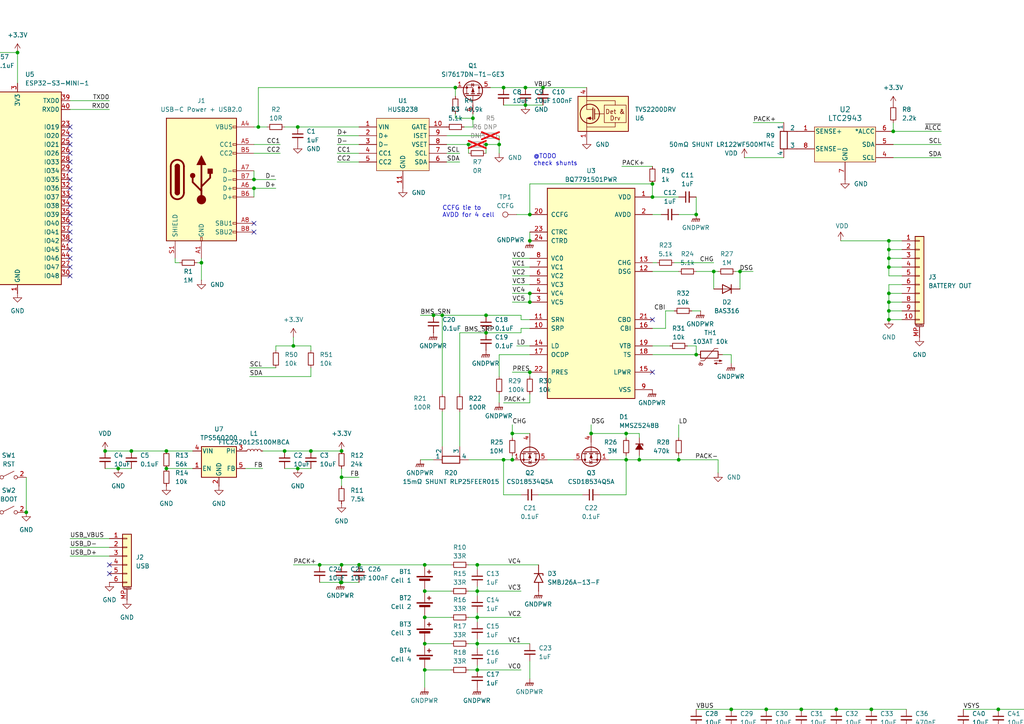
<source format=kicad_sch>
(kicad_sch (version 20240417) (generator "eeschema") (generator_version "8.99")
  (paper "A4")
  (text "@TODO\ncheck shunts" (at 154.686 46.482 0) (effects (font (size 1.27 1.27)) (justify left)))
  (text "hystersis" (at 221.996 311.912 0) (effects (font (size 1.27 1.27))))
  (text "ILIM = 2.9A" (at 180.848 286.512 0) (effects (font (size 1.27 1.27))))
  (text "CCFG tie to \nAVDD for 4 cell" (at 128.27 61.468 0) (effects (font (size 1.27 1.27)) (justify left)))
  (text "78% w.r.t VDDA" (at 327.406 288.544 0) (effects (font (size 1.27 1.27))))
  (junction (at 257.81 72.39))
  (junction (at 265.43 226.06))
  (junction (at -3.81 15.24))
  (junction (at 320.04 205.74))
  (junction (at 189.23 57.15))
  (junction (at 153.67 85.09))
  (junction (at 144.78 41.91))
  (junction (at 99.06 138.43))
  (junction (at 73.66 52.07))
  (junction (at 123.19 186.69))
  (junction (at 289.56 210.82))
  (junction (at 271.78 298.45))
  (junction (at 212.09 205.74))
  (junction (at 274.32 290.83))
  (junction (at 86.36 135.89))
  (junction (at 34.29 135.89))
  (junction (at 125.73 91.44))
  (junction (at 201.93 210.82))
  (junction (at 299.72 210.82))
  (junction (at 38.1 130.81))
  (junction (at 299.72 205.74))
  (junction (at 104.14 163.83))
  (junction (at 48.26 135.89))
  (junction (at 279.4 210.82))
  (junction (at 153.67 69.85))
  (junction (at 146.05 25.4))
  (junction (at 207.01 78.74))
  (junction (at 189.23 53.34))
  (junction (at 207.01 274.32))
  (junction (at 98.8124 168.91))
  (junction (at 330.2 237.49))
  (junction (at 135.89 41.91))
  (junction (at 214.63 306.07))
  (junction (at 90.17 130.81))
  (junction (at 257.81 92.71))
  (junction (at 201.93 62.23))
  (junction (at 232.41 210.82))
  (junction (at 140.97 96.52))
  (junction (at 198.12 229.87))
  (junction (at 208.28 229.87))
  (junction (at 217.17 234.95))
  (junction (at 73.66 54.61))
  (junction (at 123.19 179.07))
  (junction (at 171.45 125.73))
  (junction (at 85.09 100.33))
  (junction (at 196.85 133.35))
  (junction (at -27.94 29.21))
  (junction (at 153.67 107.95))
  (junction (at 257.81 77.47))
  (junction (at 281.94 318.77))
  (junction (at 271.78 300.99))
  (junction (at 128.27 91.44))
  (junction (at 153.67 62.23))
  (junction (at 99.06 130.81))
  (junction (at 214.63 78.74))
  (junction (at 257.81 90.17))
  (junction (at 92.71 163.83))
  (junction (at -13.97 20.32))
  (junction (at 74.93 36.83))
  (junction (at 138.43 171.45))
  (junction (at 140.97 91.44))
  (junction (at 325.12 237.49))
  (junction (at 185.42 133.35))
  (junction (at 82.55 130.81))
  (junction (at 295.91 298.45))
  (junction (at 30.48 130.81))
  (junction (at 137.16 34.29))
  (junction (at 7.62 148.59))
  (junction (at 222.25 205.74))
  (junction (at 152.4 25.4))
  (junction (at 123.19 163.83))
  (junction (at 250.19 226.06))
  (junction (at 232.41 205.74))
  (junction (at 123.19 194.31))
  (junction (at 257.81 69.85))
  (junction (at 289.56 205.74))
  (junction (at 181.61 133.35))
  (junction (at 138.43 179.07))
  (junction (at 194.31 283.21))
  (junction (at 212.09 210.82))
  (junction (at 181.61 125.73))
  (junction (at 99.06 168.91))
  (junction (at 148.59 125.73))
  (junction (at 48.26 130.81))
  (junction (at 275.59 226.06))
  (junction (at 320.04 210.82))
  (junction (at 222.25 210.82))
  (junction (at 257.81 87.63))
  (junction (at 138.43 194.31))
  (junction (at 309.88 210.82))
  (junction (at 259.08 38.1))
  (junction (at 207.01 300.99))
  (junction (at 58.42 76.2))
  (junction (at 153.67 87.63))
  (junction (at 322.58 241.3))
  (junction (at 257.81 85.09))
  (junction (at 157.48 25.4))
  (junction (at 5.08 15.24))
  (junction (at 152.4 30.48))
  (junction (at 86.36 36.83))
  (junction (at 252.73 210.82))
  (junction (at 309.88 205.74))
  (junction (at 132.08 25.4))
  (junction (at 201.93 102.87))
  (junction (at -27.94 102.87))
  (junction (at 242.57 205.74))
  (junction (at 252.73 205.74))
  (junction (at 257.81 226.06))
  (junction (at -13.97 15.24))
  (junction (at 226.06 226.06))
  (junction (at 138.43 186.69))
  (junction (at 300.99 318.77))
  (junction (at 138.43 163.83))
  (junction (at 166.37 299.72))
  (junction (at 148.59 133.35))
  (junction (at 99.06 163.83))
  (junction (at 285.75 288.29))
  (junction (at -27.94 99.06))
  (junction (at 214.63 300.99))
  (junction (at 140.97 41.91))
  (junction (at 257.81 74.93))
  (junction (at 123.19 171.45))
  (junction (at 317.5 288.29))
  (junction (at 242.57 210.82))
  (junction (at 146.05 133.35))
  (no_connect (at -12.7 143.51))
  (no_connect (at -12.7 138.43))
  (no_connect (at 20.32 36.83))
  (no_connect (at 20.32 64.77))
  (no_connect (at 20.32 44.45))
  (no_connect (at -12.7 148.59))
  (no_connect (at 20.32 69.85))
  (no_connect (at 20.32 74.93))
  (no_connect (at 73.66 64.77))
  (no_connect (at 31.75 166.37))
  (no_connect (at 20.32 52.07))
  (no_connect (at -12.7 115.57))
  (no_connect (at -12.7 161.29))
  (no_connect (at 31.75 163.83))
  (no_connect (at -12.7 163.83))
  (no_connect (at 20.32 67.31))
  (no_connect (at 20.32 57.15))
  (no_connect (at -12.7 153.67))
  (no_connect (at 189.23 107.95))
  (no_connect (at 189.23 92.71))
  (no_connect (at 20.32 62.23))
  (no_connect (at 20.32 72.39))
  (no_connect (at 20.32 80.01))
  (no_connect (at 73.66 67.31))
  (no_connect (at -12.7 151.13))
  (no_connect (at -12.7 130.81))
  (no_connect (at 20.32 41.91))
  (no_connect (at -12.7 113.03))
  (no_connect (at 20.32 46.99))
  (no_connect (at -12.7 118.11))
  (no_connect (at 20.32 39.37))
  (no_connect (at -12.7 120.65))
  (no_connect (at -12.7 133.35))
  (no_connect (at 20.32 59.69))
  (no_connect (at 20.32 49.53))
  (no_connect (at -12.7 158.75))
  (no_connect (at -12.7 123.19))
  (no_connect (at -12.7 140.97))
  (no_connect (at -12.7 146.05))
  (no_connect (at 20.32 54.61))
  (no_connect (at -12.7 125.73))
  (no_connect (at 20.32 77.47))
  (wire (pts (xy 196.85 133.35) (xy 208.28 133.35)))
  (wire (pts (xy 157.48 25.4) (xy 170.18 25.4)))
  (wire (pts (xy 207.01 299.72) (xy 207.01 300.99)))
  (wire (pts (xy 226.06 226.06) (xy 232.41 226.06)))
  (wire (pts (xy 227.33 236.22) (xy 242.57 236.22)))
  (wire (pts (xy 285.75 298.45) (xy 295.91 298.45)))
  (wire (pts (xy 98.8124 168.91) (xy 99.06 168.91)))
  (wire (pts (xy 134.62 36.83) (xy 137.16 36.83)))
  (wire (pts (xy 104.14 163.83) (xy 99.06 163.83)))
  (wire (pts (xy 138.43 163.83) (xy 138.43 165.1)))
  (wire (pts (xy 271.78 266.7) (xy 281.94 266.7)))
  (wire (pts (xy -5.08 107.95) (xy -12.7 107.95)))
  (wire (pts (xy 215.9 264.16) (xy 226.06 264.16)))
  (wire (pts (xy -58.42 82.55) (xy -54.61 82.55)))
  (wire (pts (xy 73.66 52.07) (xy 80.01 52.07)))
  (wire (pts (xy 140.97 41.91) (xy 140.97 44.45)))
  (wire (pts (xy 285.75 236.22) (xy 278.13 236.22)))
  (wire (pts (xy 156.21 299.72) (xy 156.21 300.99)))
  (wire (pts (xy 281.94 270.51) (xy 271.78 270.51)))
  (wire (pts (xy 214.63 78.74) (xy 214.63 83.82)))
  (wire (pts (xy 148.59 82.55) (xy 153.67 82.55)))
  (wire (pts (xy -21.59 74.93) (xy -10.16 74.93)))
  (wire (pts (xy 138.43 186.69) (xy 138.43 187.96)))
  (wire (pts (xy 148.59 80.01) (xy 153.67 80.01)))
  (wire (pts (xy 146.05 116.84) (xy 153.67 116.84)))
  (wire (pts (xy 173.99 143.51) (xy 181.61 143.51)))
  (wire (pts (xy 181.61 133.35) (xy 181.61 143.51)))
  (wire (pts (xy 325.12 237.49) (xy 325.12 241.3)))
  (wire (pts (xy 181.61 127) (xy 181.61 125.73)))
  (wire (pts (xy -49.53 82.55) (xy -45.72 82.55)))
  (wire (pts (xy -22.86 80.01) (xy -10.16 80.01)))
  (wire (pts (xy -21.59 44.45) (xy -10.16 44.45)))
  (wire (pts (xy 257.81 227.33) (xy 257.81 226.06)))
  (wire (pts (xy 203.2 300.99) (xy 207.01 300.99)))
  (wire (pts (xy 207.01 300.99) (xy 214.63 300.99)))
  (wire (pts (xy 201.93 205.74) (xy 212.09 205.74)))
  (wire (pts (xy 50.8 76.2) (xy 52.07 76.2)))
  (wire (pts (xy 314.96 241.3) (xy 322.58 241.3)))
  (wire (pts (xy -58.42 69.85) (xy -54.61 69.85)))
  (wire (pts (xy -27.94 29.21) (xy -10.16 29.21)))
  (wire (pts (xy 257.81 82.55) (xy 257.81 85.09)))
  (wire (pts (xy 138.43 163.83) (xy 156.21 163.83)))
  (wire (pts (xy 137.16 33.02) (xy 137.16 34.29)))
  (wire (pts (xy 181.61 125.73) (xy 185.42 125.73)))
  (wire (pts (xy -40.64 57.15) (xy -34.29 57.15)))
  (wire (pts (xy 97.79 41.91) (xy 104.14 41.91)))
  (wire (pts (xy 148.59 87.63) (xy 153.67 87.63)))
  (wire (pts (xy 196.85 62.23) (xy 201.93 62.23)))
  (wire (pts (xy 30.48 130.81) (xy 38.1 130.81)))
  (wire (pts (xy 198.12 271.78) (xy 198.12 234.95)))
  (wire (pts (xy 58.42 74.93) (xy 58.42 76.2)))
  (wire (pts (xy 148.59 85.09) (xy 153.67 85.09)))
  (wire (pts (xy -49.53 107.95) (xy -45.72 107.95)))
  (wire (pts (xy 144.78 308.61) (xy 166.37 308.61)))
  (wire (pts (xy -21.59 41.91) (xy -10.16 41.91)))
  (wire (pts (xy -21.59 46.99) (xy -10.16 46.99)))
  (wire (pts (xy 135.89 41.91) (xy 135.89 44.45)))
  (wire (pts (xy 295.91 298.45) (xy 308.61 298.45)))
  (wire (pts (xy -49.53 69.85) (xy -45.72 69.85)))
  (wire (pts (xy 257.81 226.06) (xy 259.08 226.06)))
  (wire (pts (xy 144.78 306.07) (xy 156.21 306.07)))
  (wire (pts (xy 257.81 77.47) (xy 261.62 77.47)))
  (wire (pts (xy 257.81 85.09) (xy 257.81 87.63)))
  (wire (pts (xy 306.07 318.77) (xy 300.99 318.77)))
  (wire (pts (xy 227.33 233.68) (xy 237.49 233.68)))
  (wire (pts (xy 82.55 130.81) (xy 76.2 130.81)))
  (wire (pts (xy 281.94 264.16) (xy 271.78 264.16)))
  (wire (pts (xy 146.05 133.35) (xy 146.05 143.51)))
  (wire (pts (xy 137.16 36.83) (xy 137.16 34.29)))
  (wire (pts (xy 222.25 303.53) (xy 222.25 306.07)))
  (wire (pts (xy -27.94 15.24) (xy -27.94 24.13)))
  (wire (pts (xy 129.54 41.91) (xy 135.89 41.91)))
  (wire (pts (xy 257.81 74.93) (xy 257.81 77.47)))
  (wire (pts (xy 265.43 227.33) (xy 265.43 226.06)))
  (wire (pts (xy 138.43 177.8) (xy 138.43 179.07)))
  (wire (pts (xy -21.59 59.69) (xy -10.16 59.69)))
  (wire (pts (xy -49.53 120.65) (xy -38.1 120.65)))
  (wire (pts (xy 208.28 269.24) (xy 208.28 234.95)))
  (wire (pts (xy 138.43 194.31) (xy 135.89 194.31)))
  (wire (pts (xy -49.53 57.15) (xy -45.72 57.15)))
  (wire (pts (xy 306.07 308.61) (xy 295.91 308.61)))
  (wire (pts (xy -40.64 63.5) (xy -34.29 63.5)))
  (wire (pts (xy 148.59 125.73) (xy 148.59 127)))
  (wire (pts (xy 295.91 226.06) (xy 304.8 226.06)))
  (wire (pts (xy 57.15 76.2) (xy 58.42 76.2)))
  (wire (pts (xy 257.81 72.39) (xy 261.62 72.39)))
  (wire (pts (xy 135.89 133.35) (xy 146.05 133.35)))
  (wire (pts (xy 193.04 90.17) (xy 193.04 95.25)))
  (wire (pts (xy 232.41 210.82) (xy 242.57 210.82)))
  (wire (pts (xy 201.93 100.33) (xy 199.39 100.33)))
  (wire (pts (xy 204.47 274.32) (xy 207.01 274.32)))
  (wire (pts (xy 99.06 138.43) (xy 104.14 138.43)))
  (wire (pts (xy 218.44 35.56) (xy 227.33 35.56)))
  (wire (pts (xy 171.45 123.19) (xy 171.45 125.73)))
  (wire (pts (xy 215.9 256.54) (xy 226.06 256.54)))
  (wire (pts (xy 7.62 138.43) (xy 7.62 148.59)))
  (wire (pts (xy 242.57 226.06) (xy 250.19 226.06)))
  (wire (pts (xy 189.23 57.15) (xy 196.85 57.15)))
  (wire (pts (xy 138.43 179.07) (xy 135.89 179.07)))
  (wire (pts (xy 309.88 205.74) (xy 320.04 205.74)))
  (wire (pts (xy 200.66 90.17) (xy 203.2 90.17)))
  (wire (pts (xy 176.53 299.72) (xy 176.53 300.99)))
  (wire (pts (xy 287.02 308.61) (xy 276.86 308.61)))
  (wire (pts (xy -49.53 76.2) (xy -45.72 76.2)))
  (wire (pts (xy 284.48 274.32) (xy 284.48 278.13)))
  (wire (pts (xy 208.28 229.87) (xy 217.17 229.87)))
  (wire (pts (xy 156.21 299.72) (xy 166.37 299.72)))
  (wire (pts (xy 99.06 168.91) (xy 104.14 168.91)))
  (wire (pts (xy 146.05 143.51) (xy 151.13 143.51)))
  (wire (pts (xy 138.43 193.04) (xy 138.43 194.31)))
  (wire (pts (xy 92.71 168.91) (xy 98.8124 168.91)))
  (wire (pts (xy 284.48 278.13) (xy 271.78 278.13)))
  (wire (pts (xy 189.23 53.34) (xy 153.67 53.34)))
  (wire (pts (xy 287.02 308.61) (xy 287.02 311.15)))
  (wire (pts (xy -27.94 99.06) (xy -27.94 102.87)))
  (wire (pts (xy -13.97 15.24) (xy -3.81 15.24)))
  (wire (pts (xy 212.09 102.87) (xy 209.55 102.87)))
  (wire (pts (xy -49.53 125.73) (xy -38.1 125.73)))
  (wire (pts (xy 320.04 205.74) (xy 330.2 205.74)))
  (wire (pts (xy 285.75 231.14) (xy 283.21 231.14)))
  (wire (pts (xy 274.32 290.83) (xy 279.4 290.83)))
  (wire (pts (xy 222.25 205.74) (xy 232.41 205.74)))
  (wire (pts (xy -27.94 102.87) (xy -25.4 102.87)))
  (wire (pts (xy 214.63 306.07) (xy 222.25 306.07)))
  (wire (pts (xy -21.59 39.37) (xy -10.16 39.37)))
  (wire (pts (xy 215.9 261.62) (xy 226.06 261.62)))
  (wire (pts (xy 185.42 133.35) (xy 196.85 133.35)))
  (wire (pts (xy 212.09 210.82) (xy 222.25 210.82)))
  (wire (pts (xy 306.07 308.61) (xy 306.07 311.15)))
  (wire (pts (xy 195.58 76.2) (xy 207.01 76.2)))
  (wire (pts (xy 213.36 78.74) (xy 214.63 78.74)))
  (wire (pts (xy 90.17 130.81) (xy 99.06 130.81)))
  (wire (pts (xy 181.61 132.08) (xy 181.61 133.35)))
  (wire (pts (xy 166.37 299.72) (xy 166.37 300.99)))
  (wire (pts (xy -58.42 63.5) (xy -54.61 63.5)))
  (wire (pts (xy -5.08 110.49) (xy -12.7 110.49)))
  (wire (pts (xy 31.75 31.75) (xy 20.32 31.75)))
  (wire (pts (xy 298.45 218.44) (xy 309.88 218.44)))
  (wire (pts (xy 285.75 288.29) (xy 295.91 288.29)))
  (wire (pts (xy -21.59 64.77) (xy -10.16 64.77)))
  (wire (pts (xy 73.66 36.83) (xy 74.93 36.83)))
  (wire (pts (xy 148.59 74.93) (xy 153.67 74.93)))
  (wire (pts (xy 317.5 287.02) (xy 317.5 288.29)))
  (wire (pts (xy 182.88 283.21) (xy 194.31 283.21)))
  (wire (pts (xy 287.02 316.23) (xy 287.02 318.77)))
  (wire (pts (xy 123.19 199.39) (xy 123.19 194.31)))
  (wire (pts (xy 128.27 91.44) (xy 128.27 114.3)))
  (wire (pts (xy 121.92 91.44) (xy 125.73 91.44)))
  (wire (pts (xy 242.57 205.74) (xy 252.73 205.74)))
  (wire (pts (xy 73.66 49.53) (xy 73.66 52.07)))
  (wire (pts (xy 144.78 102.87) (xy 144.78 109.22)))
  (wire (pts (xy 281.94 318.77) (xy 276.86 318.77)))
  (wire (pts (xy 317.5 248.92) (xy 322.58 248.92)))
  (wire (pts (xy 138.43 194.31) (xy 151.13 194.31)))
  (wire (pts (xy 208.28 226.06) (xy 226.06 226.06)))
  (wire (pts (xy 97.79 39.37) (xy 104.14 39.37)))
  (wire (pts (xy 138.43 171.45) (xy 135.89 171.45)))
  (wire (pts (xy -21.59 57.15) (xy -10.16 57.15)))
  (wire (pts (xy 214.63 284.48) (xy 226.06 284.48)))
  (wire (pts (xy 146.05 30.48) (xy 152.4 30.48)))
  (wire (pts (xy -21.59 36.83) (xy -10.16 36.83)))
  (wire (pts (xy 135.89 186.69) (xy 138.43 186.69)))
  (wire (pts (xy 243.84 69.85) (xy 257.81 69.85)))
  (wire (pts (xy 212.09 205.74) (xy 222.25 205.74)))
  (wire (pts (xy 214.63 292.1) (xy 226.06 292.1)))
  (wire (pts (xy 257.81 69.85) (xy 257.81 72.39)))
  (wire (pts (xy 285.75 288.29) (xy 285.75 290.83)))
  (wire (pts (xy 265.43 226.06) (xy 264.16 226.06)))
  (wire (pts (xy 250.19 226.06) (xy 257.81 226.06)))
  (wire (pts (xy 138.43 179.07) (xy 138.43 180.34)))
  (wire (pts (xy 166.37 297.18) (xy 166.37 299.72)))
  (wire (pts (xy 257.81 92.71) (xy 261.62 92.71)))
  (wire (pts (xy 138.43 170.18) (xy 138.43 171.45)))
  (wire (pts (xy 181.61 133.35) (xy 185.42 133.35)))
  (wire (pts (xy 207.01 274.32) (xy 226.06 274.32)))
  (wire (pts (xy 196.85 127) (xy 196.85 123.19)))
  (wire (pts (xy -21.59 67.31) (xy -10.16 67.31)))
  (wire (pts (xy 279.4 205.74) (xy 289.56 205.74)))
  (wire (pts (xy 171.45 125.73) (xy 181.61 125.73)))
  (wire (pts (xy 140.97 91.44) (xy 151.13 91.44)))
  (wire (pts (xy 226.06 231.14) (xy 226.06 234.95)))
  (wire (pts (xy 322.58 248.92) (xy 322.58 246.38)))
  (wire (pts (xy 153.67 85.09) (xy 153.67 87.63)))
  (wire (pts (xy 133.35 44.45) (xy 129.54 44.45)))
  (wire (pts (xy 259.08 236.22) (xy 265.43 236.22)))
  (wire (pts (xy 289.56 210.82) (xy 299.72 210.82)))
  (wire (pts (xy 193.04 90.17) (xy 195.58 90.17)))
  (wire (pts (xy 306.07 316.23) (xy 306.07 318.77)))
  (wire (pts (xy 309.88 281.94) (xy 317.5 281.94)))
  (wire (pts (xy 85.09 163.83) (xy 92.71 163.83)))
  (wire (pts (xy 214.63 300.99) (xy 226.06 300.99)))
  (wire (pts (xy 180.34 48.26) (xy 189.23 48.26)))
  (wire (pts (xy 257.81 82.55) (xy 261.62 82.55)))
  (wire (pts (xy 180.34 226.06) (xy 198.12 226.06)))
  (wire (pts (xy 189.23 95.25) (xy 193.04 95.25)))
  (wire (pts (xy 259.08 41.91) (xy 273.05 41.91)))
  (wire (pts (xy 285.75 236.22) (xy 285.75 231.14)))
  (wire (pts (xy 189.23 53.34) (xy 189.23 57.15)))
  (wire (pts (xy -13.97 20.32) (xy -3.81 20.32)))
  (wire (pts (xy 74.93 25.4) (xy 132.08 25.4)))
  (wire (pts (xy -27.94 15.24) (xy -13.97 15.24)))
  (wire (pts (xy 317.5 288.29) (xy 302.26 288.29)))
  (wire (pts (xy 309.88 210.82) (xy 320.04 210.82)))
  (wire (pts (xy 259.08 38.1) (xy 273.05 38.1)))
  (wire (pts (xy 38.1 130.81) (xy 48.26 130.81)))
  (wire (pts (xy 133.35 96.52) (xy 133.35 114.3)))
  (wire (pts (xy 257.81 85.09) (xy 261.62 85.09)))
  (wire (pts (xy 207.01 78.74) (xy 208.28 78.74)))
  (wire (pts (xy 265.43 226.06) (xy 275.59 226.06)))
  (wire (pts (xy 257.81 69.85) (xy 261.62 69.85)))
  (wire (pts (xy 201.93 210.82) (xy 212.09 210.82)))
  (wire (pts (xy -21.59 69.85) (xy -10.16 69.85)))
  (wire (pts (xy 97.79 44.45) (xy 104.14 44.45)))
  (wire (pts (xy 71.12 135.89) (xy 76.2 135.89)))
  (wire (pts (xy 320.04 210.82) (xy 330.2 210.82)))
  (wire (pts (xy 146.05 25.4) (xy 142.24 25.4)))
  (wire (pts (xy 252.73 210.82) (xy 262.89 210.82)))
  (wire (pts (xy 201.93 100.33) (xy 201.93 102.87)))
  (wire (pts (xy 330.2 229.87) (xy 330.2 237.49)))
  (wire (pts (xy 271.78 295.91) (xy 271.78 298.45)))
  (wire (pts (xy -40.64 76.2) (xy -34.29 76.2)))
  (wire (pts (xy -22.86 77.47) (xy -10.16 77.47)))
  (wire (pts (xy 166.37 299.72) (xy 176.53 299.72)))
  (wire (pts (xy 123.19 163.83) (xy 130.81 163.83)))
  (wire (pts (xy 81.28 41.91) (xy 73.66 41.91)))
  (wire (pts (xy 208.28 229.87) (xy 205.74 229.87)))
  (wire (pts (xy -49.53 63.5) (xy -45.72 63.5)))
  (wire (pts (xy 300.99 318.77) (xy 295.91 318.77)))
  (wire (pts (xy 99.06 140.97) (xy 99.06 138.43)))
  (wire (pts (xy 271.78 285.75) (xy 287.02 285.75)))
  (wire (pts (xy 144.78 102.87) (xy 153.67 102.87)))
  (wire (pts (xy -21.59 34.29) (xy -10.16 34.29)))
  (wire (pts (xy 257.81 90.17) (xy 257.81 92.71)))
  (wire (pts (xy -40.64 82.55) (xy -34.29 82.55)))
  (wire (pts (xy 85.09 100.33) (xy 90.17 100.33)))
  (wire (pts (xy 314.96 226.06) (xy 322.58 226.06)))
  (wire (pts (xy 257.81 90.17) (xy 261.62 90.17)))
  (wire (pts (xy 50.8 74.93) (xy 50.8 76.2)))
  (wire (pts (xy 82.55 135.89) (xy 86.36 135.89)))
  (wire (pts (xy 251.46 236.22) (xy 257.81 236.22)))
  (wire (pts (xy 81.28 44.45) (xy 73.66 44.45)))
  (wire (pts (xy 135.89 163.83) (xy 138.43 163.83)))
  (wire (pts (xy 299.72 210.82) (xy 309.88 210.82)))
  (wire (pts (xy 73.66 54.61) (xy 80.01 54.61)))
  (wire (pts (xy -58.42 57.15) (xy -54.61 57.15)))
  (wire (pts (xy 121.92 133.35) (xy 125.73 133.35)))
  (wire (pts (xy 284.48 274.32) (xy 287.02 274.32)))
  (wire (pts (xy 123.19 194.31) (xy 130.81 194.31)))
  (wire (pts (xy 132.08 25.4) (xy 132.08 27.94)))
  (wire (pts (xy 30.48 135.89) (xy 34.29 135.89)))
  (wire (pts (xy 138.43 179.07) (xy 151.13 179.07)))
  (wire (pts (xy 138.43 171.45) (xy 151.13 171.45)))
  (wire (pts (xy -21.59 62.23) (xy -10.16 62.23)))
  (wire (pts (xy 125.73 91.44) (xy 128.27 91.44)))
  (wire (pts (xy -3.81 15.24) (xy 5.08 15.24)))
  (wire (pts (xy 232.41 205.74) (xy 242.57 205.74)))
  (wire (pts (xy 97.79 46.99) (xy 104.14 46.99)))
  (wire (pts (xy 151.13 92.71) (xy 153.67 92.71)))
  (wire (pts (xy -27.94 96.52) (xy -27.94 99.06)))
  (wire (pts (xy 330.2 237.49) (xy 330.2 241.3)))
  (wire (pts (xy 151.13 95.25) (xy 153.67 95.25)))
  (wire (pts (xy 222.25 210.82) (xy 232.41 210.82)))
  (wire (pts (xy 281.94 261.62) (xy 271.78 261.62)))
  (wire (pts (xy 190.5 229.87) (xy 198.12 229.87)))
  (wire (pts (xy 152.4 30.48) (xy 157.48 30.48)))
  (wire (pts (xy 180.34 227.33) (xy 180.34 226.06)))
  (wire (pts (xy 99.06 138.43) (xy 99.06 135.89)))
  (wire (pts (xy 207.01 78.74) (xy 207.01 83.82)))
  (wire (pts (xy 271.78 288.29) (xy 285.75 288.29)))
  (wire (pts (xy 212.09 105.41) (xy 212.09 102.87)))
  (wire (pts (xy 144.78 311.15) (xy 176.53 311.15)))
  (wire (pts (xy 133.35 119.38) (xy 133.35 129.54)))
  (wire (pts (xy 82.55 130.81) (xy 90.17 130.81)))
  (wire (pts (xy 257.81 77.47) (xy 257.81 80.01)))
  (wire (pts (xy 72.39 106.68) (xy 80.01 106.68)))
  (wire (pts (xy 189.23 78.74) (xy 196.85 78.74)))
  (wire (pts (xy -21.59 49.53) (xy -10.16 49.53)))
  (wire (pts (xy 299.72 205.74) (xy 309.88 205.74)))
  (wire (pts (xy 132.08 34.29) (xy 132.08 33.02)))
  (wire (pts (xy 215.9 254) (xy 226.06 254)))
  (wire (pts (xy 138.43 186.69) (xy 153.67 186.69)))
  (wire (pts (xy -58.42 76.2) (xy -54.61 76.2)))
  (wire (pts (xy 281.94 259.08) (xy 271.78 259.08)))
  (wire (pts (xy 140.97 41.91) (xy 144.78 41.91)))
  (wire (pts (xy 80.01 100.33) (xy 80.01 101.6)))
  (wire (pts (xy 123.19 186.69) (xy 130.81 186.69)))
  (wire (pts (xy 242.57 231.14) (xy 242.57 236.22)))
  (wire (pts (xy 153.67 107.95) (xy 153.67 109.22)))
  (wire (pts (xy 148.59 107.95) (xy 153.67 107.95)))
  (wire (pts (xy 330.2 241.3) (xy 332.74 241.3)))
  (wire (pts (xy 194.31 100.33) (xy 189.23 100.33)))
  (wire (pts (xy 283.21 280.67) (xy 271.78 280.67)))
  (wire (pts (xy 325.12 229.87) (xy 325.12 237.49)))
  (wire (pts (xy 140.97 96.52) (xy 151.13 96.52)))
  (wire (pts (xy 214.63 295.91) (xy 226.06 295.91)))
  (wire (pts (xy 137.16 34.29) (xy 132.08 34.29)))
  (wire (pts (xy 148.59 123.19) (xy 148.59 125.73)))
  (wire (pts (xy 226.06 234.95) (xy 217.17 234.95)))
  (wire (pts (xy 151.13 96.52) (xy 151.13 95.25)))
  (wire (pts (xy 327.66 248.92) (xy 332.74 248.92)))
  (wire (pts (xy 85.09 97.79) (xy 85.09 100.33)))
  (wire (pts (xy 48.26 135.89) (xy 55.88 135.89)))
  (wire (pts (xy 257.81 236.22) (xy 257.81 232.41)))
  (wire (pts (xy 80.01 100.33) (xy 85.09 100.33)))
  (wire (pts (xy -21.59 54.61) (xy -10.16 54.61)))
  (wire (pts (xy 151.13 91.44) (xy 151.13 92.71)))
  (wire (pts (xy 149.86 100.33) (xy 153.67 100.33)))
  (wire (pts (xy 292.1 274.32) (xy 295.91 274.32)))
  (wire (pts (xy 265.43 236.22) (xy 265.43 232.41)))
  (wire (pts (xy 214.63 298.45) (xy 226.06 298.45)))
  (wire (pts (xy 190.5 76.2) (xy 189.23 76.2)))
  (wire (pts (xy 191.77 274.32) (xy 199.39 274.32)))
  (wire (pts (xy -21.59 52.07) (xy -10.16 52.07)))
  (wire (pts (xy 287.02 318.77) (xy 281.94 318.77)))
  (wire (pts (xy 90.17 109.22) (xy 90.17 106.68)))
  (wire (pts (xy 153.67 116.84) (xy 153.67 114.3)))
  (wire (pts (xy 86.36 36.83) (xy 104.14 36.83)))
  (wire (pts (xy 285.75 295.91) (xy 285.75 298.45)))
  (wire (pts (xy 226.06 269.24) (xy 208.28 269.24)))
  (wire (pts (xy 196.85 132.08) (xy 196.85 133.35)))
  (wire (pts (xy -40.64 69.85) (xy -34.29 69.85)))
  (wire (pts (xy 153.67 53.34) (xy 153.67 62.23)))
  (wire (pts (xy 226.06 271.78) (xy 198.12 271.78)))
  (wire (pts (xy 275.59 226.06) (xy 285.75 226.06)))
  (wire (pts (xy 185.42 132.08) (xy 185.42 133.35)))
  (wire (pts (xy 144.78 41.91) (xy 144.78 39.37)))
  (wire (pts (xy 138.43 171.45) (xy 138.43 172.72)))
  (wire (pts (xy 148.59 132.08) (xy 148.59 133.35)))
  (wire (pts (xy 180.34 234.95) (xy 180.34 232.41)))
  (wire (pts (xy -49.53 123.19) (xy -38.1 123.19)))
  (wire (pts (xy 278.13 238.76) (xy 290.83 238.76)))
  (wire (pts (xy 242.57 210.82) (xy 252.73 210.82)))
  (wire (pts (xy 259.08 45.72) (xy 273.05 45.72)))
  (wire (pts (xy 252.73 205.74) (xy 262.89 205.74)))
  (wire (pts (xy 332.74 226.06) (xy 341.63 226.06)))
  (wire (pts (xy 74.93 25.4) (xy 74.93 36.83)))
  (wire (pts (xy 148.59 125.73) (xy 153.67 125.73)))
  (wire (pts (xy 133.35 46.99) (xy 129.54 46.99)))
  (wire (pts (xy 189.23 102.87) (xy 201.93 102.87)))
  (wire (pts (xy 82.55 36.83) (xy 86.36 36.83)))
  (wire (pts (xy -27.94 99.06) (xy -22.86 99.06)))
  (wire (pts (xy -40.64 107.95) (xy -38.1 107.95)))
  (wire (pts (xy 332.74 248.92) (xy 332.74 246.38)))
  (wire (pts (xy 214.63 78.74) (xy 218.44 78.74)))
  (wire (pts (xy 191.77 62.23) (xy 189.23 62.23)))
  (wire (pts (xy 123.19 171.45) (xy 130.81 171.45)))
  (wire (pts (xy 185.42 125.73) (xy 185.42 127)))
  (wire (pts (xy 128.27 91.44) (xy 140.97 91.44)))
  (wire (pts (xy 257.81 80.01) (xy 261.62 80.01)))
  (wire (pts (xy 153.67 69.85) (xy 153.67 67.31)))
  (wire (pts (xy 176.53 133.35) (xy 181.61 133.35)))
  (wire (pts (xy 99.06 163.83) (xy 92.71 163.83)))
  (wire (pts (xy 317.5 289.56) (xy 317.5 288.29)))
  (wire (pts (xy 257.81 87.63) (xy 257.81 90.17)))
  (wire (pts (xy 290.83 238.76) (xy 290.83 233.68)))
  (wire (pts (xy 215.9 259.08) (xy 226.06 259.08)))
  (wire (pts (xy 214.63 279.4) (xy 226.06 279.4)))
  (wire (pts (xy 20.32 158.75) (xy 31.75 158.75)))
  (wire (pts (xy 289.56 205.74) (xy 299.72 205.74)))
  (wire (pts (xy 90.17 100.33) (xy 90.17 101.6)))
  (wire (pts (xy 214.63 289.56) (xy 226.06 289.56)))
  (wire (pts (xy 322.58 241.3) (xy 325.12 241.3)))
  (wire (pts (xy 279.4 210.82) (xy 289.56 210.82)))
  (wire (pts (xy 158.75 133.35) (xy 166.37 133.35)))
  (wire (pts (xy 5.08 15.24) (xy 5.08 24.13)))
  (wire (pts (xy 144.78 44.45) (xy 144.78 41.91)))
  (wire (pts (xy 73.66 54.61) (xy 73.66 57.15)))
  (wire (pts (xy 281.94 254) (xy 271.78 254)))
  (wire (pts (xy 144.78 116.84) (xy 144.78 114.3)))
  (wire (pts (xy 104.14 163.83) (xy 123.19 163.83)))
  (wire (pts (xy -8.89 138.43) (xy -2.54 138.43)))
  (wire (pts (xy 257.81 72.39) (xy 257.81 74.93)))
  (wire (pts (xy 74.93 36.83) (xy 77.47 36.83)))
  (wire (pts (xy 222.25 303.53) (xy 226.06 303.53)))
  (wire (pts (xy 138.43 185.42) (xy 138.43 186.69)))
  (wire (pts (xy 152.4 25.4) (xy 146.05 25.4)))
  (wire (pts (xy 31.75 29.21) (xy 20.32 29.21)))
  (wire (pts (xy 198.12 229.87) (xy 200.66 229.87)))
  (wire (pts (xy 208.28 137.16) (xy 208.28 133.35)))
  (wire (pts (xy 156.21 143.51) (xy 168.91 143.51)))
  (wire (pts (xy 128.27 119.38) (xy 128.27 129.54)))
  (wire (pts (xy 257.81 74.93) (xy 261.62 74.93)))
  (wire (pts (xy 203.2 306.07) (xy 214.63 306.07)))
  (wire (pts (xy 176.53 311.15) (xy 176.53 306.07)))
  (wire (pts (xy 214.63 281.94) (xy 226.06 281.94)))
  (wire (pts (xy 281.94 256.54) (xy 271.78 256.54)))
  (wire (pts (xy 146.05 133.35) (xy 148.59 133.35)))
  (wire (pts (xy 86.36 135.89) (xy 90.17 135.89)))
  (wire (pts (xy 166.37 308.61) (xy 166.37 306.07)))
  (wire (pts (xy 20.32 156.21) (xy 31.75 156.21)))
  (wire (pts (xy -21.59 72.39) (xy -10.16 72.39)))
  (wire (pts (xy 257.81 87.63) (xy 261.62 87.63)))
  (wire (pts (xy 34.29 135.89) (xy 38.1 135.89)))
  (wire (pts (xy 48.26 130.81) (xy 55.88 130.81)))
  (wire (pts (xy 271.78 298.45) (xy 271.78 300.99)))
  (wire (pts (xy 20.32 161.29) (xy 31.75 161.29)))
  (wire (pts (xy 201.93 78.74) (xy 207.01 78.74)))
  (wire (pts (xy 133.35 96.52) (xy 140.97 96.52)))
  (wire (pts (xy 123.19 179.07) (xy 130.81 179.07)))
  (wire (pts (xy 72.39 109.22) (xy 90.17 109.22)))
  (wire (pts (xy 271.78 290.83) (xy 274.32 290.83)))
  (wire (pts (xy 153.67 196.85) (xy 153.67 191.77)))
  (wire (pts (xy 148.59 77.47) (xy 153.67 77.47)))
  (wire (pts (xy 182.88 278.13) (xy 194.31 278.13)))
  (wire (pts (xy 129.54 39.37) (xy 139.7 39.37)))
  (wire (pts (xy 58.42 76.2) (xy 58.42 81.28)))
  (wire (pts (xy 149.86 62.23) (xy 153.67 62.23)))
  (wire (pts (xy 157.48 25.4) (xy 152.4 25.4)))
  (wire (pts (xy 215.9 45.72) (xy 227.33 45.72)))
  (wire (pts (xy 201.93 57.15) (xy 201.93 62.23)))
  (wire (pts (xy -15.24 99.06) (xy -17.78 99.06)))
  (wire (pts (xy 281.94 273.05) (xy 271.78 273.05)))
  (wire (pts (xy 259.08 35.56) (xy 259.08 38.1)))
  (wire (pts (xy -8.89 148.59) (xy -2.54 148.59)))
  (label "SW1" (at 215.9 256.54 0))
  (label "ILIM_HIZ" (at 182.88 283.21 0))
  (label "CC1" (at 97.79 44.45 0))
  (label "SDA" (at 214.63 292.1 0))
  (label "VC4" (at 148.59 85.09 0))
  (label "LED3" (at -21.59 69.85 0))
  (label "CC2" (at 81.28 44.45 180))
  (label "VC1" (at 151.13 186.69 180))
  (label "IO0" (at -8.89 148.59 0))
  (label "BTST2" (at 259.08 236.22 0))
  (label "PACK+" (at 218.44 35.56 0))
  (label "RXD0" (at 31.75 31.75 180))
  (label "SW1" (at 252.73 226.06 0))
  (label "SDA" (at 133.35 46.99 180))
  (label "EN" (at -8.89 138.43 0))
  (label "HIDRV1" (at 215.9 261.62 0))
  (label "REGN" (at 191.77 274.32 0))
  (label "VDDA" (at 215.9 274.32 0))
  (label "DSG" (at 218.44 78.74 180))
  (label "CHG" (at 148.59 123.19 0))
  (label "VC4" (at 151.13 163.83 180))
  (label "BMS_SRN" (at 121.92 91.44 0))
  (label "VSYS" (at 279.4 205.74 0))
  (label "IBAT" (at 279.4 290.83 180))
  (label "BATDRV_N" (at 281.94 266.7 180))
  (label "PROCHOT_N" (at -21.59 44.45 0))
  (label "HIDRV2" (at 278.13 238.76 0))
  (label "IO0" (at -21.59 34.29 0))
  (label "USB_VBUS" (at 20.32 156.21 0))
  (label "SW2" (at 266.7 226.06 0))
  (label "VSYS" (at 302.26 226.06 180))
  (label "D+" (at 80.01 54.61 180))
  (label "USB_D+" (at -49.53 123.19 0))
  (label "VDDA" (at 309.88 281.94 0))
  (label "VC0" (at 151.13 194.31 180))
  (label "REGN" (at 274.9 278.13 0))
  (label "LED5" (at -34.29 82.55 180))
  (label "DSG" (at 171.45 123.19 0))
  (label "CELL_BATPRES" (at 302.26 288.29 0))
  (label "SRN" (at 327.66 248.92 0))
  (label "~{ALCC}" (at -21.59 41.91 0))
  (label "VC1" (at 148.59 77.47 0))
  (label "CHRG_OK" (at 214.63 295.91 0))
  (label "PACK+" (at 180.34 48.26 0))
  (label "PACK-" (at 208.28 133.35 180))
  (label "COMP1" (at 214.63 281.94 0))
  (label "LED2" (at -21.59 67.31 0))
  (label "BATDRV_N" (at 298.45 218.44 0))
  (label "LED4" (at -34.29 76.2 180))
  (label "PACK+" (at 341.63 226.06 180))
  (label "VBUS" (at 180.34 226.06 0))
  (label "IADPT" (at -21.59 59.69 0))
  (label "SCL" (at 273.05 41.91 180))
  (label "COMP2" (at 306.07 308.61 180))
  (label "PACK+" (at 85.09 163.83 0))
  (label "IBAT" (at -21.59 62.23 0))
  (label "LODRV2" (at 278.13 236.22 0))
  (label "SRP" (at 317.5 248.92 0))
  (label "ILIM_HIZ" (at 214.63 279.4 0))
  (label "PROCHOT_N" (at 144.78 311.15 0))
  (label "PRES" (at -21.59 54.61 0))
  (label "SCL" (at 72.39 106.68 0))
  (label "COMP2" (at 283.21 280.67 180))
  (label "LED3" (at -34.29 69.85 180))
  (label "SDA" (at 72.39 109.22 0))
  (label "SDA" (at -21.59 39.37 0))
  (label "EN_OTG" (at -21.59 49.53 0))
  (label "LED2" (at -34.29 63.5 180))
  (label "IADPT" (at 287.02 288.29 180))
  (label "COMP1" (at 287.02 308.61 180))
  (label "CC2" (at 97.79 46.99 0))
  (label "LODRV1" (at 215.9 259.08 0))
  (label "VBUS" (at 201.93 205.74 0))
  (label "LED1" (at -34.29 57.15 180))
  (label "HIDRV2" (at 281.94 261.62 180))
  (label "BTST2" (at 281.94 254 180))
  (label "CBI" (at -21.59 57.15 0))
  (label "VC0" (at 148.59 74.93 0))
  (label "USB_D+" (at 20.32 161.29 0))
  (label "BMS_SRP" (at 134.62 96.52 0))
  (label "~{ALCC}" (at 273.05 38.1 180))
  (label "VC2" (at 151.13 179.07 180))
  (label "VBUS" (at 215.9 264.16 0))
  (label "LODRV1" (at 227.33 236.22 0))
  (label "D-" (at 97.79 41.91 0))
  (label "RXD0" (at -5.08 107.95 180))
  (label "USB_VBUS" (at -49.53 120.65 0))
  (label "CMPOUT" (at -21.59 52.07 0))
  (label "CHRG_OK" (at -21.59 46.99 0))
  (label "CHG" (at 207.01 76.2 180))
  (label "PROCHOT_N" (at 214.63 284.48 0))
  (label "CHRG_OK" (at 144.78 306.07 0))
  (label "LODRV2" (at 281.94 259.08 180))
  (label "USB_D-" (at 20.32 158.75 0))
  (label "VC5" (at 148.59 87.63 0))
  (label "FB" (at 104.14 138.43 180))
  (label "D+" (at 97.79 39.37 0))
  (label "BTST1" (at 251.46 236.22 0))
  (label "SDA" (at 273.05 45.72 180))
  (label "SRP" (at 281.94 270.51 180))
  (label "SCL" (at 214.63 289.56 0))
  (label "LED5" (at -21.59 74.93 0))
  (label "VC2" (at 148.59 80.01 0))
  (label "SW2" (at 281.94 256.54 180))
  (label "BTST1" (at 215.9 254 0))
  (label "EN_OTG" (at 214.63 298.45 0))
  (label "LED4" (at -21.59 72.39 0))
  (label "VC3" (at 148.59 82.55 0))
  (label "CELL_BATPRES" (at 287.02 285.75 180))
  (label "EN_OTG" (at 144.78 308.61 0))
  (label "PRES" (at 148.59 107.95 0))
  (label "CMPOUT" (at 214.63 300.99 0))
  (label "CC1" (at 81.28 41.91 180))
  (label "EN" (at -15.24 29.21 0))
  (label "D-" (at 80.01 52.07 180))
  (label "PACK+" (at 146.05 116.84 0))
  (label "LD" (at 149.86 100.33 0))
  (label "VBUS" (at 160.02 25.4 180))
  (label "SCL" (at 133.35 44.45 180))
  (label "FB" (at 76.2 135.89 180))
  (label "VC3" (at 151.13 171.45 180))
  (label "VSYS" (at 281.94 264.16 180))
  (label "CBI" (at 193.04 90.17 180))
  (label "USB_D-" (at -49.53 125.73 0))
  (label "LED1" (at -21.59 64.77 0))
  (label "SCL" (at -21.59 36.83 0))
  (label "LD" (at 196.85 123.19 0))
  (label "TXD0" (at -5.08 110.49 180))
  (label "HIDRV1" (at 227.33 233.68 0))
  (label "TXD0" (at 31.75 29.21 180))
  (label "SRN" (at 281.94 273.05 180))
  (label "VDDA" (at 182.88 278.13 0))
  (symbol (lib_id "Device:R_Small") (at 133.35 116.84 180) (unit 1)
    (property "Reference" "R22" (at 135.89 115.5699 0) (effects (justify right)))
    (property "Value" "100R" (at 135.89 118.1099 0) (effects (justify right)))
    (property "Footprint" "Resistor_SMD:R_0603_1608Metric" (effects (hide yes)))
    (property "Description" "Resistor, small symbol" (effects (hide yes)))
  )
  (symbol (lib_id "power:GND") (at 257.81 92.71 0) (unit 1)
    (property "Reference" "#PWR071" (effects (hide yes)))
    (property "Value" "GND" (at 257.81 97.79 0))
    (property "Description" "Power symbol creates a global label with name \"GND\" , ground" (effects (hide yes)))
  )
  (symbol (lib_id "Device:R_Small") (at 133.35 186.69 90) (unit 1)
    (property "Reference" "R17" (at 133.35 181.61 90))
    (property "Value" "33R" (at 133.35 184.15 90))
    (property "Footprint" "Resistor_SMD:R_0603_1608Metric" (effects (hide yes)))
    (property "Description" "Resistor, small symbol" (effects (hide yes)))
  )
  (symbol (lib_id "Device:Battery_Cell") (at 123.19 184.15 0) (unit 1)
    (property "Reference" "BT3" (at 119.38 181.0384 0) (effects (justify right)))
    (property "Value" "Cell 3" (at 119.38 183.5784 0) (effects (justify right)))
    (property "Footprint" "Connector_PinHeader_2.54mm:PinHeader_1x02_P2.54mm_Vertical" (effects (hide yes)))
    (property "Description" "Single-cell battery" (effects (hide yes)))
  )
  (symbol (lib_id "Device:R_Small") (at 317.5 284.48 180) (unit 1)
    (property "Reference" "R40" (at 320.04 283.2099 0) (effects (justify right)))
    (property "Value" "130k" (at 320.04 285.7499 0) (effects (justify right)))
    (property "Footprint" "Resistor_SMD:R_0603_1608Metric" (effects (hide yes)))
    (property "Description" "Resistor, small symbol" (effects (hide yes)))
    (property "LCSC" "C25744" (effects (hide yes)))
  )
  (symbol (lib_id "Transistor_FET:CSD18534Q5A") (at 153.67 130.81 270) (unit 1)
    (property "Reference" "Q2" (at 153.67 137.16 90))
    (property "Value" "CSD18534Q5A" (at 153.67 139.7 90))
    (property "Footprint" "Package_TO_SOT_SMD:TDSON-8-1" (effects (hide yes)))
    (property "Datasheet" "http://www.ti.com/lit/gpn/csd18534q5a" (effects (hide yes)))
    (property "Description" "50A Id, 60V Vds, NexFET N-Channel Power MOSFET, 9.8mOhm Ron, 17nC Qg(typ), SON8 5x6mm" (effects (hide yes)))
  )
  (symbol (lib_id "Device:C_Small") (at 138.43 182.88 0) (unit 1)
    (property "Reference" "C15" (at 140.97 181.6162 0) (effects (justify left)))
    (property "Value" "1uF" (at 140.97 184.1562 0) (effects (justify left)))
    (property "Footprint" "Capacitor_SMD:C_0603_1608Metric" (effects (hide yes)))
    (property "Description" "Unpolarized capacitor, small symbol" (effects (hide yes)))
    (property "LCSC" "C913517" (effects (hide yes)))
  )
  (symbol (lib_id "Device:R_Small") (at 80.01 36.83 90) (unit 1)
    (property "Reference" "R2" (at 80.01 31.75 90))
    (property "Value" "10R" (at 80.01 34.29 90))
    (property "Footprint" "Resistor_SMD:R_0603_1608Metric" (effects (hide yes)))
    (property "Description" "Resistor, small symbol" (effects (hide yes)))
  )
  (symbol (lib_id "power:VDD") (at 30.48 130.81 0) (unit 1)
    (property "Reference" "#PWR050" (effects (hide yes)))
    (property "Value" "VDD" (at 30.48 125.73 0))
    (property "Description" "Power symbol creates a global label with name \"VDD\"" (effects (hide yes)))
  )
  (symbol (lib_id "Device:R_Small") (at 144.78 111.76 0) (unit 1)
    (property "Reference" "R29" (at 147.32 110.4899 0) (effects (justify left)))
    (property "Value" "100k" (at 147.32 113.0299 0) (effects (justify left)))
    (property "Footprint" "Resistor_SMD:R_0603_1608Metric" (effects (hide yes)))
    (property "Description" "Resistor, small symbol" (effects (hide yes)))
  )
  (symbol (lib_id "Device:LED_Small") (at -52.07 57.15 0) (unit 1)
    (property "Reference" "D4" (at -54.864 55.88 0))
    (property "Value" "LED1" (at -48.26 55.626 0))
    (property "Footprint" "LED_SMD:LED_0603_1608Metric" (effects (hide yes)))
    (property "Description" "Light emitting diode, small symbol" (effects (hide yes)))
  )
  (symbol (lib_id "BQ77915:BQ7791501PWR") (at 171.45 85.09 0) (unit 1)
    (property "Reference" "U3" (at 171.45 49.53 0))
    (property "Value" "BQ7791501PWR" (at 171.45 52.07 0))
    (property "Footprint" "BQ77915:SOP65P640X120-24N" (effects (hide yes)))
    (property "MF" "Texas Instruments" (effects (hide yes)))
    (property "MAXIMUM_PACKAGE_HEIGHT" "1.2 mm" (effects (hide yes)))
    (property "Package" "TSSOP-24 Texas Instruments" (effects (hide yes)))
    (property "Price" "None" (effects (hide yes)))
    (property "Check_prices" "https://www.snapeda.com/parts/BQ7791501PWR/Texas+Instruments/view-part/?ref=eda" (effects (hide yes)))
    (property "STANDARD" "IPC 7351B" (effects (hide yes)))
    (property "PARTREV" "H" (effects (hide yes)))
    (property "SnapEDA_Link" "https://www.snapeda.com/parts/BQ7791501PWR/Texas+Instruments/view-part/?ref=snap" (effects (hide yes)))
    (property "MP" "BQ7791501PWR" (effects (hide yes)))
    (property "Description_1" "\n3-series to 5-series stackable ultra-low-power primary protector with autonomous cell balancing\n" (effects (hide yes)))
    (property "Availability" "In Stock" (effects (hide yes)))
    (property "MANUFACTURER" "Texas Instruments" (effects (hide yes)))
  )
  (symbol (lib_id "Device:C_Small") (at 138.43 175.26 0) (unit 1)
    (property "Reference" "C14" (at 140.97 173.9962 0) (effects (justify left)))
    (property "Value" "1uF" (at 140.97 176.5362 0) (effects (justify left)))
    (property "Footprint" "Capacitor_SMD:C_0603_1608Metric" (effects (hide yes)))
    (property "Description" "Unpolarized capacitor, small symbol" (effects (hide yes)))
    (property "LCSC" "C913517" (effects (hide yes)))
  )
  (symbol (lib_id "Device:C_Small") (at 152.4 27.94 0) (unit 1)
    (property "Reference" "C9" (at 154.94 26.6762 0) (effects (justify left)))
    (property "Value" "10uF" (at 154.94 29.2162 0) (effects (justify left)))
    (property "Footprint" "Capacitor_SMD:C_0603_1608Metric" (effects (hide yes)))
    (property "Description" "Unpolarized capacitor, small symbol" (effects (hide yes)))
    (property "LCSC" "C913517" (effects (hide yes)))
  )
  (symbol (lib_id "Device:Battery_Cell") (at 123.19 191.77 0) (unit 1)
    (property "Reference" "BT4" (at 119.38 188.6584 0) (effects (justify right)))
    (property "Value" "Cell 4" (at 119.38 191.1984 0) (effects (justify right)))
    (property "Footprint" "Connector_PinHeader_2.54mm:PinHeader_1x02_P2.54mm_Vertical" (effects (hide yes)))
    (property "Description" "Single-cell battery" (effects (hide yes)))
  )
  (symbol (lib_id "Device:Battery_Cell") (at 123.19 176.53 0) (unit 1)
    (property "Reference" "BT2" (at 119.38 173.4184 0) (effects (justify right)))
    (property "Value" "Cell 2" (at 119.38 175.9584 0) (effects (justify right)))
    (property "Footprint" "Connector_PinHeader_2.54mm:PinHeader_1x02_P2.54mm_Vertical" (effects (hide yes)))
    (property "Description" "Single-cell battery" (effects (hide yes)))
  )
  (symbol (lib_id "power:GNDPWR") (at 203.2 90.17 0) (unit 1)
    (property "Reference" "#PWR026" (effects (hide yes)))
    (property "Value" "GNDPWR" (at 203.073 93.98 0))
    (property "Description" "Power symbol creates a global label with name \"GNDPWR\" , global ground" (effects (hide yes)))
  )
  (symbol (lib_id "Device:R_Small") (at 48.26 133.35 180) (unit 1)
    (property "Reference" "R13" (at 50.8 132.0799 0) (effects (justify right)))
    (property "Value" "56k" (at 50.8 134.6199 0) (effects (justify right)))
    (property "Footprint" "Resistor_SMD:R_0603_1608Metric" (effects (hide yes)))
    (property "Description" "Resistor, small symbol" (effects (hide yes)))
  )
  (symbol (lib_id "Connector_Generic_MountingPin:Conn_01x06_MountingPin") (at 36.83 161.29 0) (unit 1)
    (property "Reference" "J2" (at 39.37 161.6455 0) (effects (justify left)))
    (property "Value" "USB" (at 39.37 164.1855 0) (effects (justify left)))
    (property "Footprint" "FPC:FPC-SMD_6P-P0.50_XUNPU_FPC-05F-6PH20" (effects (hide yes)))
    (property "Description" "Generic connectable mounting pin connector, single row, 01x06, script generated (kicad-library-utils/schlib/autogen/connector/)" (effects (hide yes)))
  )
  (symbol (lib_id "Connector:TestPoint") (at 203.2 306.07 90) (unit 1)
    (property "Reference" "TP2" (at 198.12 304.7999 90) (effects (justify left)))
    (property "Value" "CMPIN" (at 198.12 307.3399 90) (effects (justify left)))
    (property "Footprint" "TestPoint:TestPoint_Pad_2.0x2.0mm" (effects (hide yes)))
    (property "Description" "test point" (effects (hide yes)))
  )
  (symbol (lib_id "Device:C_Small") (at 138.43 190.5 0) (unit 1)
    (property "Reference" "C16" (at 140.97 189.2362 0) (effects (justify left)))
    (property "Value" "1uF" (at 140.97 191.7762 0) (effects (justify left)))
    (property "Footprint" "Capacitor_SMD:C_0603_1608Metric" (effects (hide yes)))
    (property "Description" "Unpolarized capacitor, small symbol" (effects (hide yes)))
    (property "LCSC" "C913517" (effects (hide yes)))
  )
  (symbol (lib_id "Device:R_Small") (at 90.17 104.14 180) (unit 1)
    (property "Reference" "R51" (at 92.71 102.8699 0) (effects (justify right)))
    (property "Value" "10k" (at 92.71 105.4099 0) (effects (justify right)))
    (property "Footprint" "Resistor_SMD:R_0603_1608Metric" (effects (hide yes)))
    (property "Description" "Resistor, small symbol" (effects (hide yes)))
    (property "LCSC" "C25744" (effects (hide yes)))
  )
  (symbol (lib_id "Transistor_FET:CSD18534Q5A") (at 237.49 228.6 90) (unit 1)
    (property "Reference" "Q4" (at 237.49 222.25 90))
    (property "Value" "CSD18534Q5A" (at 237.49 219.71 90))
    (property "Footprint" "Package_TO_SOT_SMD:TDSON-8-1" (effects (hide yes)))
    (property "Datasheet" "http://www.ti.com/lit/gpn/csd18534q5a" (effects (hide yes)))
    (property "Description" "50A Id, 60V Vds, NexFET N-Channel Power MOSFET, 9.8mOhm Ron, 17nC Qg(typ), SON8 5x6mm" (effects (hide yes)))
  )
  (symbol (lib_id "Device:R_Small") (at 194.31 285.75 180) (unit 1)
    (property "Reference" "R43" (at 196.85 284.4799 0) (effects (justify right)))
    (property "Value" "220k" (at 196.85 287.0199 0) (effects (justify right)))
    (property "Footprint" "Resistor_SMD:R_0603_1608Metric" (effects (hide yes)))
    (property "Description" "Resistor, small symbol" (effects (hide yes)))
    (property "LCSC" "C25744" (effects (hide yes)))
  )
  (symbol (lib_id "Device:C_Small") (at 138.43 196.85 0) (unit 1)
    (property "Reference" "C17" (at 140.97 195.5862 0) (effects (justify left)))
    (property "Value" "1uF" (at 140.97 198.1262 0) (effects (justify left)))
    (property "Footprint" "Capacitor_SMD:C_0603_1608Metric" (effects (hide yes)))
    (property "Description" "Unpolarized capacitor, small symbol" (effects (hide yes)))
    (property "LCSC" "C913517" (effects (hide yes)))
  )
  (symbol (lib_id "power:GND") (at -58.42 69.85 0) (unit 1)
    (property "Reference" "#PWR064" (effects (hide yes)))
    (property "Value" "GND" (at -54.864 72.136 0))
    (property "Description" "Power symbol creates a global label with name \"GND\" , ground" (effects (hide yes)))
  )
  (symbol (lib_id "Device:C_Small") (at 262.89 208.28 0) (unit 1)
    (property "Reference" "C36" (at 265.43 207.0162 0) (effects (justify left)))
    (property "Value" "470nF" (at 265.43 209.5562 0) (effects (justify left)))
    (property "Footprint" "Capacitor_SMD:C_0603_1608Metric" (effects (hide yes)))
    (property "Description" "Unpolarized capacitor, small symbol" (effects (hide yes)))
    (property "LCSC" "C913517" (effects (hide yes)))
  )
  (symbol (lib_id "power:VDD") (at 215.9 45.72 0) (unit 1)
    (property "Reference" "#PWR08" (effects (hide yes)))
    (property "Value" "VDD" (at 212.09 44.45 0))
    (property "Description" "Power symbol creates a global label with name \"VDD\"" (effects (hide yes)))
  )
  (symbol (lib_id "Device:C_Small") (at 327.66 237.49 90) (unit 1)
    (property "Reference" "C55" (at 327.6663 231.14 90))
    (property "Value" "0.1uF" (at 327.6663 233.68 90))
    (property "Footprint" "Capacitor_SMD:C_0603_1608Metric" (effects (hide yes)))
    (property "Description" "Unpolarized capacitor, small symbol" (effects (hide yes)))
    (property "LCSC" "C913517" (effects (hide yes)))
  )
  (symbol (lib_id "power:GND") (at -15.24 99.06 0) (unit 1)
    (property "Reference" "#PWR058" (effects (hide yes)))
    (property "Value" "GND" (at -15.24 104.14 0))
    (property "Description" "Power symbol creates a global label with name \"GND\" , ground" (effects (hide yes)))
  )
  (symbol (lib_id "Device:R_Small") (at 259.08 33.02 180) (unit 1)
    (property "Reference" "R8" (at 261.62 31.7499 0) (effects (justify right)))
    (property "Value" "2.2k" (at 261.62 34.2899 0) (effects (justify right)))
    (property "Footprint" "Resistor_SMD:R_0603_1608Metric" (effects (hide yes)))
    (property "Description" "Resistor, small symbol" (effects (hide yes)))
  )
  (symbol (lib_id "Device:R_Small") (at 133.35 179.07 90) (unit 1)
    (property "Reference" "R16" (at 133.35 173.99 90))
    (property "Value" "33R" (at 133.35 176.53 90))
    (property "Footprint" "Resistor_SMD:R_0603_1608Metric" (effects (hide yes)))
    (property "Description" "Resistor, small symbol" (effects (hide yes)))
  )
  (symbol (lib_id "Device:C_Small") (at 299.72 208.28 0) (unit 1)
    (property "Reference" "C42" (at 302.26 207.0162 0) (effects (justify left)))
    (property "Value" "10uF" (at 302.26 209.5562 0) (effects (justify left)))
    (property "Footprint" "Capacitor_SMD:C_0603_1608Metric" (effects (hide yes)))
    (property "Description" "Unpolarized capacitor, small symbol" (effects (hide yes)))
    (property "LCSC" "C913517" (effects (hide yes)))
  )
  (symbol (lib_id "Device:C_Small") (at 265.43 229.87 0) (unit 1)
    (property "Reference" "C39" (at 267.97 228.6062 0) (effects (justify left)))
    (property "Value" "47nF" (at 267.97 231.1462 0) (effects (justify left)))
    (property "Footprint" "Capacitor_SMD:C_0603_1608Metric" (effects (hide yes)))
    (property "Description" "Unpolarized capacitor, small symbol" (effects (hide yes)))
    (property "LCSC" "C913517" (effects (hide yes)))
  )
  (symbol (lib_id "power:GNDPWR") (at 212.09 105.41 0) (unit 1)
    (property "Reference" "#PWR025" (effects (hide yes)))
    (property "Value" "GNDPWR" (at 211.963 109.22 0))
    (property "Description" "Power symbol creates a global label with name \"GNDPWR\" , global ground" (effects (hide yes)))
  )
  (symbol (lib_id "Device:R_Small") (at 138.43 44.45 90) (unit 1)
    (property "Reference" "R7" (at 138.43 46.99 90))
    (property "Value" "0R" (at 138.43 49.53 90))
    (property "Footprint" "Resistor_SMD:R_0603_1608Metric" (effects (hide yes)))
    (property "Description" "Resistor, small symbol" (effects (hide yes)))
  )
  (symbol (lib_id "Device:R_Small") (at 295.91 311.15 180) (unit 1)
    (property "Reference" "R52" (at 298.45 309.8799 0) (effects (justify right)))
    (property "Value" "10k" (at 298.45 312.4199 0) (effects (justify right)))
    (property "Footprint" "Resistor_SMD:R_0603_1608Metric" (effects (hide yes)))
    (property "Description" "Resistor, small symbol" (effects (hide yes)))
    (property "LCSC" "C25744" (effects (hide yes)))
  )
  (symbol (lib_id "power:+3.3V") (at 207.01 294.64 0) (unit 1)
    (property "Reference" "#PWR042" (effects (hide yes)))
    (property "Value" "+3.3V" (at 207.01 289.56 0))
    (property "Description" "Power symbol creates a global label with name \"+3.3V\"" (effects (hide yes)))
  )
  (symbol (lib_id "power:GND") (at 99.06 146.05 0) (unit 1)
    (property "Reference" "#PWR051" (effects (hide yes)))
    (property "Value" "GND" (at 99.06 151.13 0))
    (property "Description" "Power symbol creates a global label with name \"GND\" , ground" (effects (hide yes)))
  )
  (symbol (lib_id "Regulator_Switching:TPS560200") (at 63.5 133.35 0) (unit 1)
    (property "Reference" "U7" (at 63.5 124.46 0))
    (property "Value" "TPS560200" (at 63.5 127 0))
    (property "Footprint" "Package_TO_SOT_SMD:SOT-23-5" (effects (hide yes)))
    (property "Datasheet" "http://www.ti.com/lit/ds/symlink/tps560200.pdf" (effects (hide yes)))
    (property "Description" "500mA, Synchronous Step-Down Converter With, Adjustable Output Voltage, 4.5-17V Input Voltage, SOT-23-5" (effects (hide yes)))
  )
  (symbol (lib_id "power:GND") (at 86.36 135.89 0) (unit 1)
    (property "Reference" "#PWR06" (effects (hide yes)))
    (property "Value" "GND" (at 86.36 140.97 0))
    (property "Description" "Power symbol creates a global label with name \"GND\" , ground" (effects (hide yes)))
  )
  (symbol (lib_id "power:GND") (at 208.28 137.16 0) (unit 1)
    (property "Reference" "#PWR028" (effects (hide yes)))
    (property "Value" "GND" (at 210.82 138.4299 0) (effects (justify left)))
    (property "Description" "Power symbol creates a global label with name \"GND\" , ground" (effects (hide yes)))
  )
  (symbol (lib_id "Device:L_Small") (at 73.66 130.81 90) (unit 1)
    (property "Reference" "L1" (at 73.66 125.73 90))
    (property "Value" "FTC252012S100MBCA" (at 73.66 128.27 90))
    (property "Footprint" "Inductor_SMD:L_1008_2520Metric" (effects (hide yes)))
    (property "Description" "Inductor, small symbol" (effects (hide yes)))
  )
  (symbol (lib_id "Device:C_Small") (at 217.17 232.41 0) (unit 1)
    (property "Reference" "C35" (at 219.71 231.1462 0) (effects (justify left)))
    (property "Value" "33nF" (at 219.71 233.6862 0) (effects (justify left)))
    (property "Footprint" "Capacitor_SMD:C_0603_1608Metric" (effects (hide yes)))
    (property "Description" "Unpolarized capacitor, small symbol" (effects (hide yes)))
    (property "LCSC" "C913517" (effects (hide yes)))
  )
  (symbol (lib_id "power:GND") (at 190.5 234.95 0) (unit 1)
    (property "Reference" "#PWR030" (effects (hide yes)))
    (property "Value" "GND" (at 190.5 240.03 0))
    (property "Description" "Power symbol creates a global label with name \"GND\" , ground" (effects (hide yes)))
  )
  (symbol (lib_id "Device:R_Small") (at 148.59 129.54 180) (unit 1)
    (property "Reference" "R25" (at 146.05 128.2699 0) (effects (justify left)))
    (property "Value" "10M" (at 146.05 130.8099 0) (effects (justify left)))
    (property "Footprint" "Resistor_SMD:R_0603_1608Metric" (effects (hide yes)))
    (property "Description" "Resistor, small symbol" (effects (hide yes)))
  )
  (symbol (lib_id "Device:C_Small") (at 140.97 93.98 0) (unit 1)
    (property "Reference" "C18" (at 143.51 92.7162 0) (effects (justify left)))
    (property "Value" "0.1uF" (at 143.51 95.2562 0) (effects (justify left)))
    (property "Footprint" "Capacitor_SMD:C_0603_1608Metric" (effects (hide yes)))
    (property "Description" "Unpolarized capacitor, small symbol" (effects (hide yes)))
    (property "LCSC" "C913517" (effects (hide yes)))
  )
  (symbol (lib_id "Device:R_Small") (at 198.12 232.41 180) (unit 1)
    (property "Reference" "R35" (at 200.66 231.1399 0) (effects (justify right)))
    (property "Value" "5.1R" (at 200.66 233.6799 0) (effects (justify right)))
    (property "Footprint" "Resistor_SMD:R_0603_1608Metric" (effects (hide yes)))
    (property "Description" "Resistor, small symbol" (effects (hide yes)))
    (property "LCSC" "C25744" (effects (hide yes)))
  )
  (symbol (lib_id "Device:C_Small") (at 295.91 316.23 0) (unit 1)
    (property "Reference" "C49" (at 298.45 314.9662 0) (effects (justify left)))
    (property "Value" "680pF" (at 298.45 317.5062 0) (effects (justify left)))
    (property "Footprint" "Capacitor_SMD:C_0603_1608Metric" (effects (hide yes)))
    (property "Description" "Unpolarized capacitor, small symbol" (effects (hide yes)))
    (property "LCSC" "C913517" (effects (hide yes)))
  )
  (symbol (lib_id "Device:C_Small") (at 180.34 237.49 0) (unit 1)
    (property "Reference" "C27" (at 182.88 236.2262 0) (effects (justify left)))
    (property "Value" "1uF" (at 182.88 238.7662 0) (effects (justify left)))
    (property "Footprint" "Capacitor_SMD:C_0603_1608Metric" (effects (hide yes)))
    (property "Description" "Unpolarized capacitor, small symbol" (effects (hide yes)))
    (property "LCSC" "C913517" (effects (hide yes)))
  )
  (symbol (lib_id "Device:R_Small") (at -27.94 26.67 180) (unit 1)
    (property "Reference" "R58" (at -25.4 25.3999 0) (effects (justify right)))
    (property "Value" "10k" (at -25.4 27.9399 0) (effects (justify right)))
    (property "Footprint" "Resistor_SMD:R_0603_1608Metric" (effects (hide yes)))
    (property "Description" "Resistor, small symbol" (effects (hide yes)))
    (property "LCSC" "C25744" (effects (hide yes)))
  )
  (symbol (lib_id "Device:R_Small") (at 276.86 311.15 180) (unit 1)
    (property "Reference" "R53" (at 279.4 309.8799 0) (effects (justify right)))
    (property "Value" "40.2k" (at 279.4 312.4199 0) (effects (justify right)))
    (property "Footprint" "Resistor_SMD:R_0603_1608Metric" (effects (hide yes)))
    (property "Description" "Resistor, small symbol" (effects (hide yes)))
    (property "LCSC" "C25744" (effects (hide yes)))
  )
  (symbol (lib_id "Device:C_Small") (at 146.05 27.94 0) (unit 1)
    (property "Reference" "C8" (at 148.59 26.6762 0) (effects (justify left)))
    (property "Value" "10uF" (at 148.59 29.2162 0) (effects (justify left)))
    (property "Footprint" "Capacitor_SMD:C_0603_1608Metric" (effects (hide yes)))
    (property "Description" "Unpolarized capacitor, small symbol" (effects (hide yes)))
    (property "LCSC" "C913517" (effects (hide yes)))
  )
  (symbol (lib_id "Connector_Generic:Conn_01x02") (at -27.94 80.01 180) (unit 1)
    (property "Reference" "J4" (at -27.94 71.12 0))
    (property "Value" "BACKUP" (at -27.94 73.66 0))
    (property "Footprint" "Connector_PinHeader_2.54mm:PinHeader_1x02_P2.54mm_Vertical" (effects (hide yes)))
    (property "Description" "Generic connector, single row, 01x02, script generated (kicad-library-utils/schlib/autogen/connector/)" (effects (hide yes)))
  )
  (symbol (lib_id "power:GNDPWR") (at 123.19 199.39 0) (unit 1)
    (property "Reference" "#PWR018" (effects (hide yes)))
    (property "Value" "GNDPWR" (at 123.063 203.2 0))
    (property "Description" "Power symbol creates a global label with name \"GNDPWR\" , global ground" (effects (hide yes)))
  )
  (symbol (lib_id "Device:C_Small") (at 309.88 208.28 0) (unit 1)
    (property "Reference" "C43" (at 312.42 207.0162 0) (effects (justify left)))
    (property "Value" "10uF" (at 312.42 209.5562 0) (effects (justify left)))
    (property "Footprint" "Capacitor_SMD:C_0603_1608Metric" (effects (hide yes)))
    (property "Description" "Unpolarized capacitor, small symbol" (effects (hide yes)))
    (property "LCSC" "C913517" (effects (hide yes)))
  )
  (symbol (lib_id "Switch:SW_SPST") (at 2.54 138.43 0) (unit 1)
    (property "Reference" "SW1" (at 2.54 132.08 0))
    (property "Value" "RST" (at 2.54 134.62 0))
    (property "Footprint" "Button_Switch_SMD:SW_Push_1P1T_XKB_TS-1187A" (effects (hide yes)))
    (property "Description" "Single Pole Single Throw (SPST) switch" (effects (hide yes)))
  )
  (symbol (lib_id "Device:R_Small") (at 99.06 143.51 180) (unit 1)
    (property "Reference" "R11" (at 101.6 142.2399 0) (effects (justify right)))
    (property "Value" "7.5k" (at 101.6 144.7799 0) (effects (justify right)))
    (property "Footprint" "Resistor_SMD:R_0603_1608Metric" (effects (hide yes)))
    (property "Description" "Resistor, small symbol" (effects (hide yes)))
  )
  (symbol (lib_id "Device:C_Small") (at 82.55 133.35 0) (unit 1)
    (property "Reference" "C2" (at 85.09 132.0862 0) (effects (justify left)))
    (property "Value" "10uF" (at 85.09 134.6262 0) (effects (justify left)))
    (property "Footprint" "Capacitor_SMD:C_0603_1608Metric" (effects (hide yes)))
    (property "Description" "Unpolarized capacitor, small symbol" (effects (hide yes)))
    (property "LCSC" "C913517" (effects (hide yes)))
  )
  (symbol (lib_id "Device:R_Small") (at 295.91 295.91 180) (unit 1)
    (property "Reference" "R56" (at 298.45 294.6399 0) (effects (justify right)))
    (property "Value" "27k" (at 298.45 297.1799 0) (effects (justify right)))
    (property "Footprint" "Resistor_SMD:R_0603_1608Metric" (effects (hide yes)))
    (property "Description" "Resistor, small symbol" (effects (hide yes)))
    (property "LCSC" "C25744" (effects (hide yes)))
  )
  (symbol (lib_id "power:GND") (at 317.5 294.64 0) (unit 1)
    (property "Reference" "#PWR037" (effects (hide yes)))
    (property "Value" "GND" (at 317.5 299.72 0))
    (property "Description" "Power symbol creates a global label with name \"GND\" , ground" (effects (hide yes)))
  )
  (symbol (lib_id "power:GND") (at 245.11 52.07 0) (unit 1)
    (property "Reference" "#PWR012" (effects (hide yes)))
    (property "Value" "GND" (at 247.65 53.3399 0) (effects (justify left)))
    (property "Description" "Power symbol creates a global label with name \"GND\" , ground" (effects (hide yes)))
  )
  (symbol (lib_id "LTC2943:LTC2943IDD-PBF") (at 245.11 41.91 0) (unit 1)
    (property "Reference" "U2" (at 245.11 31.75 0) (effects (font (size 1.524 1.524))))
    (property "Value" "LTC2943" (at 245.11 34.29 0) (effects (font (size 1.524 1.524))))
    (property "Footprint" "LTC2943:DFN-8_DD_LIT" (effects (hide yes)))
    (property "Datasheet" "LTC2943" (effects (hide yes)))
  )
  (symbol (lib_id "Connector:USB_C_Receptacle_USB2.0_16P") (at 58.42 52.07 0) (unit 1)
    (property "Reference" "J1" (at 58.42 29.21 0))
    (property "Value" "USB-C Power + USB2.0" (at 58.42 31.75 0))
    (property "Footprint" "Connector_USB:USB_C_Receptacle_HRO_TYPE-C-31-M-12" (effects (hide yes)))
    (property "Datasheet" "https://www.usb.org/sites/default/files/documents/usb_type-c.zip" (effects (hide yes)))
    (property "Description" "USB 2.0-only 16P Type-C Receptacle connector" (effects (hide yes)))
  )
  (symbol (lib_id "Device:R_Small") (at 210.82 78.74 90) (unit 1)
    (property "Reference" "R27" (at 210.82 73.66 90))
    (property "Value" "1M" (at 210.82 76.2 90))
    (property "Footprint" "Resistor_SMD:R_0603_1608Metric" (effects (hide yes)))
    (property "Description" "Resistor, small symbol" (effects (hide yes)))
  )
  (symbol (lib_id "Device:C_Small") (at 314.96 243.84 0) (unit 1)
    (property "Reference" "C46" (at 317.5 242.5762 0) (effects (justify left)))
    (property "Value" "1uF" (at 317.5 245.1162 0) (effects (justify left)))
    (property "Footprint" "Capacitor_SMD:C_0603_1608Metric" (effects (hide yes)))
    (property "Description" "Unpolarized capacitor, small symbol" (effects (hide yes)))
    (property "LCSC" "C913517" (effects (hide yes)))
  )
  (symbol (lib_id "Device:R_Small") (at 214.63 308.61 180) (unit 1)
    (property "Reference" "R46" (at 217.17 307.3399 0) (effects (justify right)))
    (property "Value" "300k" (at 217.17 309.8799 0) (effects (justify right)))
    (property "Footprint" "Resistor_SMD:R_0603_1608Metric" (effects (hide yes)))
    (property "Description" "Resistor, small symbol" (effects (hide yes)))
    (property "LCSC" "C25744" (effects (hide yes)))
  )
  (symbol (lib_id "power:GND") (at 250.19 236.22 0) (unit 1)
    (property "Reference" "#PWR032" (effects (hide yes)))
    (property "Value" "GND" (at 250.19 241.3 0))
    (property "Description" "Power symbol creates a global label with name \"GND\" , ground" (effects (hide yes)))
  )
  (symbol (lib_id "Device:C_Small") (at 92.71 166.37 0) (unit 1)
    (property "Reference" "C24" (at 95.25 165.1062 0) (effects (justify left)))
    (property "Value" "10uF" (at 95.25 167.6462 0) (effects (justify left)))
    (property "Footprint" "Capacitor_SMD:C_0603_1608Metric" (effects (hide yes)))
    (property "Description" "Unpolarized capacitor, small symbol" (effects (hide yes)))
    (property "LCSC" "C913517" (effects (hide yes)))
  )
  (symbol (lib_id "power:GND") (at 7.62 148.59 0) (unit 1)
    (property "Reference" "#PWR061" (effects (hide yes)))
    (property "Value" "GND" (at 7.62 153.67 0))
    (property "Description" "Power symbol creates a global label with name \"GND\" , ground" (effects (hide yes)))
  )
  (symbol (lib_id "power:GND") (at 116.84 54.61 0) (unit 1)
    (property "Reference" "#PWR03" (effects (hide yes)))
    (property "Value" "GND" (at 119.38 55.8799 0) (effects (justify left)))
    (property "Description" "Power symbol creates a global label with name \"GND\" , ground" (effects (hide yes)))
  )
  (symbol (lib_id "power:+3.3V") (at -27.94 96.52 0) (unit 1)
    (property "Reference" "#PWR056" (effects (hide yes)))
    (property "Value" "+3.3V" (at -27.94 91.44 0))
    (property "Description" "Power symbol creates a global label with name \"+3.3V\"" (effects (hide yes)))
  )
  (symbol (lib_id "Device:C_Small") (at 289.56 274.32 90) (unit 1)
    (property "Reference" "C47" (at 289.5663 278.13 90))
    (property "Value" "2.2uF" (at 289.5663 280.67 90))
    (property "Footprint" "Capacitor_SMD:C_0603_1608Metric" (effects (hide yes)))
    (property "Description" "Unpolarized capacitor, small symbol" (effects (hide yes)))
    (property "LCSC" "C913517" (effects (hide yes)))
  )
  (symbol (lib_id "power:GND") (at 308.61 298.45 0) (unit 1)
    (property "Reference" "#PWR048" (effects (hide yes)))
    (property "Value" "GND" (at 308.61 303.53 0))
    (property "Description" "Power symbol creates a global label with name \"GND\" , ground" (effects (hide yes)))
  )
  (symbol (lib_id "power:GND") (at 31.75 168.91 0) (unit 1)
    (property "Reference" "#PWR068" (effects (hide yes)))
    (property "Value" "GND" (at 31.75 173.99 0))
    (property "Description" "Power symbol creates a global label with name \"GND\" , ground" (effects (hide yes)))
  )
  (symbol (lib_id "Device:C_Small") (at 201.93 208.28 0) (unit 1)
    (property "Reference" "C28" (at 204.47 207.0162 0) (effects (justify left)))
    (property "Value" "10uF" (at 204.47 209.5562 0) (effects (justify left)))
    (property "Footprint" "Capacitor_SMD:C_0603_1608Metric" (effects (hide yes)))
    (property "Description" "Unpolarized capacitor, small symbol" (effects (hide yes)))
    (property "LCSC" "C913517" (effects (hide yes)))
  )
  (symbol (lib_id "power:GNDPWR") (at 125.73 96.52 0) (unit 1)
    (property "Reference" "#PWR019" (effects (hide yes)))
    (property "Value" "GNDPWR" (at 125.603 100.33 0))
    (property "Description" "Power symbol creates a global label with name \"GNDPWR\" , global ground" (effects (hide yes)))
  )
  (symbol (lib_id "power:GND") (at 274.32 295.91 0) (unit 1)
    (property "Reference" "#PWR047" (effects (hide yes)))
    (property "Value" "GND" (at 274.32 300.99 0))
    (property "Description" "Power symbol creates a global label with name \"GND\" , ground" (effects (hide yes)))
  )
  (symbol (lib_id "power:+3.3V") (at 85.09 97.79 0) (unit 1)
    (property "Reference" "#PWR044" (effects (hide yes)))
    (property "Value" "+3.3V" (at 85.09 92.71 0))
    (property "Description" "Power symbol creates a global label with name \"+3.3V\"" (effects (hide yes)))
  )
  (symbol (lib_id "Device:C_Small") (at 320.04 208.28 0) (unit 1)
    (property "Reference" "C44" (at 322.58 207.0162 0) (effects (justify left)))
    (property "Value" "10uF" (at 322.58 209.5562 0) (effects (justify left)))
    (property "Footprint" "Capacitor_SMD:C_0603_1608Metric" (effects (hide yes)))
    (property "Description" "Unpolarized capacitor, small symbol" (effects (hide yes)))
    (property "LCSC" "C913517" (effects (hide yes)))
  )
  (symbol (lib_id "Device:R_Small") (at 99.06 133.35 180) (unit 1)
    (property "Reference" "R12" (at 101.6 132.0799 0) (effects (justify right)))
    (property "Value" "24k" (at 101.6 134.6199 0) (effects (justify right)))
    (property "Footprint" "Resistor_SMD:R_0603_1608Metric" (effects (hide yes)))
    (property "Description" "Resistor, small symbol" (effects (hide yes)))
  )
  (symbol (lib_id "power:GND") (at 36.83 173.99 0) (unit 1)
    (property "Reference" "#PWR067" (effects (hide yes)))
    (property "Value" "GND" (at 36.83 179.07 0))
    (property "Description" "Power symbol creates a global label with name \"GND\" , ground" (effects (hide yes)))
  )
  (symbol (lib_id "Device:C_Small") (at 257.81 229.87 0) (unit 1)
    (property "Reference" "C38" (at 260.35 228.6062 0) (effects (justify left)))
    (property "Value" "47nF" (at 260.35 231.1462 0) (effects (justify left)))
    (property "Footprint" "Capacitor_SMD:C_0603_1608Metric" (effects (hide yes)))
    (property "Description" "Unpolarized capacitor, small symbol" (effects (hide yes)))
    (property "LCSC" "C913517" (effects (hide yes)))
  )
  (symbol (lib_id "Device:C_Small") (at 86.36 39.37 0) (unit 1)
    (property "Reference" "C1" (at 88.9 38.1062 0) (effects (justify left)))
    (property "Value" "1uF" (at 88.9 40.6462 0) (effects (justify left)))
    (property "Footprint" "Capacitor_SMD:C_0603_1608Metric" (effects (hide yes)))
    (property "Description" "Unpolarized capacitor, small symbol" (effects (hide yes)))
  )
  (symbol (lib_id "power:GND") (at 207.01 279.4 0) (unit 1)
    (property "Reference" "#PWR039" (effects (hide yes)))
    (property "Value" "GND" (at 207.01 284.48 0))
    (property "Description" "Power symbol creates a global label with name \"GND\" , ground" (effects (hide yes)))
  )
  (symbol (lib_id "power:GND") (at 48.26 140.97 0) (unit 1)
    (property "Reference" "#PWR053" (effects (hide yes)))
    (property "Value" "GND" (at 48.26 146.05 0))
    (property "Description" "Power symbol creates a global label with name \"GND\" , ground" (effects (hide yes)))
  )
  (symbol (lib_id "Device:C_Small") (at 222.25 208.28 0) (unit 1)
    (property "Reference" "C30" (at 224.79 207.0162 0) (effects (justify left)))
    (property "Value" "10uF" (at 224.79 209.5562 0) (effects (justify left)))
    (property "Footprint" "Capacitor_SMD:C_0603_1608Metric" (effects (hide yes)))
    (property "Description" "Unpolarized capacitor, small symbol" (effects (hide yes)))
    (property "LCSC" "C913517" (effects (hide yes)))
  )
  (symbol (lib_id "Device:C_Small") (at 232.41 208.28 0) (unit 1)
    (property "Reference" "C31" (at 234.95 207.0162 0) (effects (justify left)))
    (property "Value" "10uF" (at 234.95 209.5562 0) (effects (justify left)))
    (property "Footprint" "Capacitor_SMD:C_0603_1608Metric" (effects (hide yes)))
    (property "Description" "Unpolarized capacitor, small symbol" (effects (hide yes)))
    (property "LCSC" "C913517" (effects (hide yes)))
  )
  (symbol (lib_id "power:GND") (at 300.99 318.77 0) (unit 1)
    (property "Reference" "#PWR045" (effects (hide yes)))
    (property "Value" "GND" (at 300.99 323.85 0))
    (property "Description" "Power symbol creates a global label with name \"GND\" , ground" (effects (hide yes)))
  )
  (symbol (lib_id "Switch:SW_SPST") (at 2.54 148.59 0) (unit 1)
    (property "Reference" "SW2" (at 2.54 142.24 0))
    (property "Value" "BOOT" (at 2.54 144.78 0))
    (property "Footprint" "Button_Switch_SMD:SW_Push_1P1T_XKB_TS-1187A" (effects (hide yes)))
    (property "Description" "Single Pole Single Throw (SPST) switch" (effects (hide yes)))
  )
  (symbol (lib_id "Device:C_Small") (at 99.06 166.37 0) (unit 1)
    (property "Reference" "C25" (at 101.6 165.1062 0) (effects (justify left)))
    (property "Value" "10uF" (at 101.6 167.6462 0) (effects (justify left)))
    (property "Footprint" "Capacitor_SMD:C_0603_1608Metric" (effects (hide yes)))
    (property "Description" "Unpolarized capacitor, small symbol" (effects (hide yes)))
    (property "LCSC" "C913517" (effects (hide yes)))
  )
  (symbol (lib_id "power:GND") (at -27.94 34.29 0) (unit 1)
    (property "Reference" "#PWR059" (effects (hide yes)))
    (property "Value" "GND" (at -27.94 39.37 0))
    (property "Description" "Power symbol creates a global label with name \"GND\" , ground" (effects (hide yes)))
  )
  (symbol (lib_id "Device:R_Small") (at 201.93 274.32 270) (unit 1)
    (property "Reference" "R44" (at 201.93 269.24 90))
    (property "Value" "10R" (at 201.93 271.78 90))
    (property "Footprint" "Resistor_SMD:R_0603_1608Metric" (effects (hide yes)))
    (property "Description" "Resistor, small symbol" (effects (hide yes)))
    (property "LCSC" "C25744" (effects (hide yes)))
  )
  (symbol (lib_id "power:GND") (at 214.63 311.15 0) (unit 1)
    (property "Reference" "#PWR041" (effects (hide yes)))
    (property "Value" "GND" (at 214.63 316.23 0))
    (property "Description" "Power symbol creates a global label with name \"GND\" , ground" (effects (hide yes)))
  )
  (symbol (lib_id "Device:C_Small") (at 306.07 313.69 0) (unit 1)
    (property "Reference" "C50" (at 308.61 312.4262 0) (effects (justify left)))
    (property "Value" "15pF" (at 308.61 314.9662 0) (effects (justify left)))
    (property "Footprint" "Capacitor_SMD:C_0603_1608Metric" (effects (hide yes)))
    (property "Description" "Unpolarized capacitor, small symbol" (effects (hide yes)))
    (property "LCSC" "C913517" (effects (hide yes)))
  )
  (symbol (lib_id "Device:R_Shunt") (at 203.2 226.06 270) (unit 1)
    (property "Reference" "R34" (at 203.2 219.71 90))
    (property "Value" "10mΩ SHUNT FMF25FPJR010-LH" (at 203.2 222.25 90))
    (property "Footprint" "Resistor_SMD:R_Shunt_Vishay_WSK2512_6332Metric_T1.19mm" (effects (hide yes)))
    (property "Description" "Shunt resistor" (effects (hide yes)))
  )
  (symbol (lib_id "Power_Protection:TVS2200DRV") (at 170.18 33.02 0) (mirror y) (unit 1)
    (property "Reference" "U6" (at 184.15 34.2901 0) (effects (justify right)))
    (property "Value" "TVS2200DRV" (at 184.15 31.7501 0) (effects (justify right)))
    (property "Footprint" "Package_SON:WSON-6-1EP_2x2mm_P0.65mm_EP1x1.6mm" (effects (hide yes)))
    (property "Datasheet" "http://www.ti.com/lit/ds/symlink/tvs2200.pdf" (effects (hide yes)))
    (property "Description" "Flat-Clamp Surge Protection Device. 22Vrwm, WSON-6" (effects (hide yes)))
  )
  (symbol (lib_id "Device:LED_Small") (at -52.07 82.55 0) (unit 1)
    (property "Reference" "D8" (at -54.864 81.28 0))
    (property "Value" "LED5" (at -48.26 81.026 0))
    (property "Footprint" "LED_SMD:LED_0603_1608Metric" (effects (hide yes)))
    (property "Description" "Light emitting diode, small symbol" (effects (hide yes)))
  )
  (symbol (lib_id "Device:C_Small") (at 285.75 293.37 180) (unit 1)
    (property "Reference" "C54" (at 288.29 292.0935 0) (effects (justify right)))
    (property "Value" "100pF" (at 288.29 294.6335 0) (effects (justify right)))
    (property "Footprint" "Capacitor_SMD:C_0603_1608Metric" (effects (hide yes)))
    (property "Description" "Unpolarized capacitor, small symbol" (effects (hide yes)))
    (property "LCSC" "C913517" (effects (hide yes)))
  )
  (symbol (lib_id "Device:C_Small") (at 199.39 57.15 90) (unit 1)
    (property "Reference" "C11" (at 199.3963 50.8 90))
    (property "Value" "1uF" (at 199.3963 53.34 90))
    (property "Footprint" "Capacitor_SMD:C_0603_1608Metric" (effects (hide yes)))
    (property "Description" "Unpolarized capacitor, small symbol" (effects (hide yes)))
    (property "LCSC" "C913517" (effects (hide yes)))
  )
  (symbol (lib_id "power:GND") (at 217.17 234.95 0) (unit 1)
    (property "Reference" "#PWR031" (effects (hide yes)))
    (property "Value" "GND" (at 217.17 240.03 0))
    (property "Description" "Power symbol creates a global label with name \"GND\" , ground" (effects (hide yes)))
  )
  (symbol (lib_id "Transistor_FET:CSD18534Q5A") (at 278.13 231.14 0) (mirror y) (unit 1)
    (property "Reference" "Q6" (at 281.432 219.964 0) (effects (justify left)))
    (property "Value" "CSD18534Q5A" (at 281.432 222.504 0) (effects (justify left)))
    (property "Footprint" "Package_TO_SOT_SMD:TDSON-8-1" (effects (hide yes)))
    (property "Datasheet" "http://www.ti.com/lit/gpn/csd18534q5a" (effects (hide yes)))
    (property "Description" "50A Id, 60V Vds, NexFET N-Channel Power MOSFET, 9.8mOhm Ron, 17nC Qg(typ), SON8 5x6mm" (effects (hide yes)))
  )
  (symbol (lib_id "Device:R_Small") (at 295.91 290.83 180) (unit 1)
    (property "Reference" "R55" (at 298.45 289.5599 0) (effects (justify right)))
    (property "Value" "110k" (at 298.45 292.0999 0) (effects (justify right)))
    (property "Footprint" "Resistor_SMD:R_0603_1608Metric" (effects (hide yes)))
    (property "Description" "Resistor, small symbol" (effects (hide yes)))
    (property "LCSC" "C25744" (effects (hide yes)))
  )
  (symbol (lib_id "BQ25713:BQ25713RSNR") (at 248.92 279.4 0) (unit 1)
    (property "Reference" "U4" (at 248.92 245.11 0))
    (property "Value" "BQ25713RSNR" (at 248.92 247.65 0))
    (property "Footprint" "BQ25713:RSN0032B" (effects (hide yes)))
    (property "Datasheet" "BQ25713RSNR" (effects (hide yes)))
  )
  (symbol (lib_id "Device:R_Small") (at -43.18 63.5 270) (unit 1)
    (property "Reference" "R60" (at -47.498 65.278 90))
    (property "Value" "10k" (at -39.116 65.278 90))
    (property "Footprint" "Resistor_SMD:R_0603_1608Metric" (effects (hide yes)))
    (property "Description" "Resistor, small symbol" (effects (hide yes)))
    (property "LCSC" "C25744" (effects (hide yes)))
  )
  (symbol (lib_id "power:GND") (at 58.42 81.28 0) (unit 1)
    (property "Reference" "#PWR01" (effects (hide yes)))
    (property "Value" "GND" (at 60.96 82.5499 0) (effects (justify left)))
    (property "Description" "Power symbol creates a global label with name \"GND\" , ground" (effects (hide yes)))
  )
  (symbol (lib_id "Diode:BAS316") (at 210.82 83.82 180) (unit 1)
    (property "Reference" "D2" (at 210.82 87.63 0))
    (property "Value" "BAS316" (at 210.82 90.17 0))
    (property "Footprint" "Diode_SMD:D_SOD-323" (effects (hide yes)))
    (property "Datasheet" "https://assets.nexperia.com/documents/data-sheet/BAS16_SER.pdf" (effects (hide yes)))
    (property "Description" "100V, 0.25A, High-speed Switching Diode, SOD-323" (effects (hide yes)))
    (property "Sim.Device" "D" (effects (hide yes)))
    (property "Sim.Pins" "1=K 2=A" (effects (hide yes)))
  )
  (symbol (lib_id "Device:C_Small") (at -27.94 31.75 180) (unit 1)
    (property "Reference" "C7" (at -25.4 30.4735 0) (effects (justify right)))
    (property "Value" "1uF" (at -25.4 33.0135 0) (effects (justify right)))
    (property "Footprint" "Capacitor_SMD:C_0603_1608Metric" (effects (hide yes)))
    (property "Description" "Unpolarized capacitor, small symbol" (effects (hide yes)))
  )
  (symbol (lib_id "Device:R_Small") (at 180.34 229.87 180) (unit 1)
    (property "Reference" "R33" (at 182.88 228.5999 0) (effects (justify right)))
    (property "Value" "2.2R" (at 182.88 231.1399 0) (effects (justify right)))
    (property "Footprint" "Resistor_SMD:R_0603_1608Metric" (effects (hide yes)))
    (property "Description" "Resistor, small symbol" (effects (hide yes)))
    (property "LCSC" "C25744" (effects (hide yes)))
  )
  (symbol (lib_id "power:+3.3V") (at 5.08 15.24 0) (unit 1)
    (property "Reference" "#PWR049" (effects (hide yes)))
    (property "Value" "+3.3V" (at 5.08 10.16 0))
    (property "Description" "Power symbol creates a global label with name \"+3.3V\"" (effects (hide yes)))
  )
  (symbol (lib_id "Device:R_Small") (at 196.85 129.54 0) (mirror x) (unit 1)
    (property "Reference" "R28" (at 194.31 128.2699 0) (effects (justify right)))
    (property "Value" "470k" (at 194.31 130.8099 0) (effects (justify right)))
    (property "Footprint" "Resistor_SMD:R_0603_1608Metric" (effects (hide yes)))
    (property "Description" "Resistor, small symbol" (effects (hide yes)))
  )
  (symbol (lib_id "Device:C_Small") (at 242.57 208.28 0) (unit 1)
    (property "Reference" "C32" (at 245.11 207.0162 0) (effects (justify left)))
    (property "Value" "10uF" (at 245.11 209.5562 0) (effects (justify left)))
    (property "Footprint" "Capacitor_SMD:C_0603_1608Metric" (effects (hide yes)))
    (property "Description" "Unpolarized capacitor, small symbol" (effects (hide yes)))
    (property "LCSC" "C913517" (effects (hide yes)))
  )
  (symbol (lib_id "Transistor_FET:CSD18534Q5A") (at 290.83 228.6 270) (mirror x) (unit 1)
    (property "Reference" "Q7" (at 290.83 219.71 90))
    (property "Value" "CSD18534Q5A" (at 290.83 222.25 90))
    (property "Footprint" "Package_TO_SOT_SMD:TDSON-8-1" (effects (hide yes)))
    (property "Datasheet" "http://www.ti.com/lit/gpn/csd18534q5a" (effects (hide yes)))
    (property "Description" "50A Id, 60V Vds, NexFET N-Channel Power MOSFET, 9.8mOhm Ron, 17nC Qg(typ), SON8 5x6mm" (effects (hide yes)))
  )
  (symbol (lib_id "Device:C_Small") (at -20.32 99.06 90) (unit 1)
    (property "Reference" "C6" (at -20.3137 92.71 90))
    (property "Value" "1uF" (at -20.3137 95.25 90))
    (property "Footprint" "Capacitor_SMD:C_0603_1608Metric" (effects (hide yes)))
    (property "Description" "Unpolarized capacitor, small symbol" (effects (hide yes)))
  )
  (symbol (lib_id "Device:C_Small") (at 38.1 133.35 0) (unit 1)
    (property "Reference" "C5" (at 40.64 132.0862 0) (effects (justify left)))
    (property "Value" "0.1uF" (at 40.64 134.6262 0) (effects (justify left)))
    (property "Footprint" "Capacitor_SMD:C_0603_1608Metric" (effects (hide yes)))
    (property "Description" "Unpolarized capacitor, small symbol" (effects (hide yes)))
    (property "LCSC" "C913517" (effects (hide yes)))
  )
  (symbol (lib_id "Device:C_Small") (at 276.86 316.23 0) (unit 1)
    (property "Reference" "C52" (at 279.4 314.9662 0) (effects (justify left)))
    (property "Value" "1800pF" (at 279.4 317.5062 0) (effects (justify left)))
    (property "Footprint" "Capacitor_SMD:C_0603_1608Metric" (effects (hide yes)))
    (property "Description" "Unpolarized capacitor, small symbol" (effects (hide yes)))
    (property "LCSC" "C913517" (effects (hide yes)))
  )
  (symbol (lib_id "Connector_Generic_MountingPin:Conn_01x10_MountingPin") (at 266.7 80.01 0) (unit 1)
    (property "Reference" "J3" (at 269.24 80.3655 0) (effects (justify left)))
    (property "Value" "BATTERY OUT" (at 269.24 82.9055 0) (effects (justify left)))
    (property "Footprint" "Connector_Molex:Molex_PicoBlade_53261-1071_1x10-1MP_P1.25mm_Horizontal" (effects (hide yes)))
    (property "Description" "Generic connectable mounting pin connector, single row, 01x10, script generated (kicad-library-utils/schlib/autogen/connector/)" (effects (hide yes)))
    (property "LCSC" "C564042" (effects (hide yes)))
  )
  (symbol (lib_id "Device:Thermistor_NTC") (at 205.74 102.87 90) (unit 1)
    (property "Reference" "TH1" (at 206.0575 96.52 90))
    (property "Value" "103AT 10k" (at 206.0575 99.06 90))
    (property "Footprint" "Connector_PinHeader_2.54mm:PinHeader_1x02_P2.54mm_Vertical" (effects (hide yes)))
    (property "Description" "Temperature dependent resistor, negative temperature coefficient" (effects (hide yes)))
  )
  (symbol (lib_id "power:GND") (at -25.4 168.91 0) (unit 1)
    (property "Reference" "#PWR057" (effects (hide yes)))
    (property "Value" "GND" (at -25.4 173.99 0))
    (property "Description" "Power symbol creates a global label with name \"GND\" , ground" (effects (hide yes)))
  )
  (symbol (lib_id "Device:R_Small") (at 198.12 90.17 90) (unit 1)
    (property "Reference" "R32" (at 198.12 85.09 90))
    (property "Value" "10k" (at 198.12 87.63 90))
    (property "Footprint" "Resistor_SMD:R_0603_1608Metric" (effects (hide yes)))
    (property "Description" "Resistor, small symbol" (effects (hide yes)))
  )
  (symbol (lib_id "power:GNDPWR") (at 153.67 69.85 0) (unit 1)
    (property "Reference" "#PWR017" (effects (hide yes)))
    (property "Value" "GNDPWR" (at 148.082 69.596 0))
    (property "Description" "Power symbol creates a global label with name \"GNDPWR\" , global ground" (effects (hide yes)))
  )
  (symbol (lib_id "Device:R_Small") (at 181.61 129.54 0) (mirror x) (unit 1)
    (property "Reference" "R26" (at 179.07 128.2699 0) (effects (justify right)))
    (property "Value" "3M" (at 179.07 130.8099 0) (effects (justify right)))
    (property "Footprint" "Resistor_SMD:R_0603_1608Metric" (effects (hide yes)))
    (property "Description" "Resistor, small symbol" (effects (hide yes)))
  )
  (symbol (lib_id "Device:R_Small") (at -43.18 82.55 270) (unit 1)
    (property "Reference" "R63" (at -47.498 84.328 90))
    (property "Value" "10k" (at -39.116 84.328 90))
    (property "Footprint" "Resistor_SMD:R_0603_1608Metric" (effects (hide yes)))
    (property "Description" "Resistor, small symbol" (effects (hide yes)))
    (property "LCSC" "C25744" (effects (hide yes)))
  )
  (symbol (lib_id "Device:C_Small") (at 274.32 293.37 180) (unit 1)
    (property "Reference" "C53" (at 276.86 292.0935 0) (effects (justify right)))
    (property "Value" "100pF" (at 276.86 294.6335 0) (effects (justify right)))
    (property "Footprint" "Capacitor_SMD:C_0603_1608Metric" (effects (hide yes)))
    (property "Description" "Unpolarized capacitor, small symbol" (effects (hide yes)))
    (property "LCSC" "C913517" (effects (hide yes)))
  )
  (symbol (lib_id "power:GNDPWR") (at 121.92 133.35 0) (unit 1)
    (property "Reference" "#PWR021" (effects (hide yes)))
    (property "Value" "GNDPWR" (at 121.793 137.16 0))
    (property "Description" "Power symbol creates a global label with name \"GNDPWR\" , global ground" (effects (hide yes)))
  )
  (symbol (lib_id "Device:R_Small") (at 54.61 76.2 90) (unit 1)
    (property "Reference" "R1" (at 54.61 78.74 90))
    (property "Value" "1M" (at 54.61 81.28 90))
    (property "Footprint" "Resistor_SMD:R_0603_1608Metric" (effects (hide yes)))
    (property "Description" "Resistor, small symbol" (effects (hide yes)))
  )
  (symbol (lib_id "power:GND") (at 170.18 40.64 0) (unit 1)
    (property "Reference" "#PWR09" (effects (hide yes)))
    (property "Value" "GND" (at 172.72 41.9099 0) (effects (justify left)))
    (property "Description" "Power symbol creates a global label with name \"GND\" , ground" (effects (hide yes)))
  )
  (symbol (lib_id "Connector:TestPoint") (at 149.86 62.23 90) (unit 1)
    (property "Reference" "TP1" (at 146.558 57.15 90))
    (property "Value" "CCFG" (at 146.558 59.69 90))
    (property "Footprint" "TestPoint:TestPoint_Pad_2.0x2.0mm" (effects (hide yes)))
    (property "Description" "test point" (effects (hide yes)))
  )
  (symbol (lib_id "Device:R_Small") (at 208.28 232.41 180) (unit 1)
    (property "Reference" "R36" (at 210.82 231.1399 0) (effects (justify right)))
    (property "Value" "5.1R" (at 210.82 233.6799 0) (effects (justify right)))
    (property "Footprint" "Resistor_SMD:R_0603_1608Metric" (effects (hide yes)))
    (property "Description" "Resistor, small symbol" (effects (hide yes)))
    (property "LCSC" "C25744" (effects (hide yes)))
  )
  (symbol (lib_id "Device:C_Small") (at 190.5 232.41 0) (unit 1)
    (property "Reference" "C34" (at 193.04 231.1462 0) (effects (justify left)))
    (property "Value" "33nF" (at 193.04 233.6862 0) (effects (justify left)))
    (property "Footprint" "Capacitor_SMD:C_0603_1608Metric" (effects (hide yes)))
    (property "Description" "Unpolarized capacitor, small symbol" (effects (hide yes)))
    (property "LCSC" "C913517" (effects (hide yes)))
  )
  (symbol (lib_id "power:+3.3V") (at -49.53 107.95 0) (unit 1)
    (property "Reference" "#PWR055" (effects (hide yes)))
    (property "Value" "+3.3V" (at -49.53 102.87 0))
    (property "Description" "Power symbol creates a global label with name \"+3.3V\"" (effects (hide yes)))
  )
  (symbol (lib_id "power:GNDPWR") (at 153.67 196.85 0) (unit 1)
    (property "Reference" "#PWR022" (effects (hide yes)))
    (property "Value" "GNDPWR" (at 153.543 200.66 0))
    (property "Description" "Power symbol creates a global label with name \"GNDPWR\" , global ground" (effects (hide yes)))
  )
  (symbol (lib_id "Device:R_Small") (at 199.39 78.74 90) (unit 1)
    (property "Reference" "R24" (at 199.39 73.66 90))
    (property "Value" "5.1k" (at 199.39 76.2 90))
    (property "Footprint" "Resistor_SMD:R_0603_1608Metric" (effects (hide yes)))
    (property "Description" "Resistor, small symbol" (effects (hide yes)))
  )
  (symbol (lib_id "power:+3.3V") (at 166.37 297.18 0) (unit 1)
    (property "Reference" "#PWR043" (effects (hide yes)))
    (property "Value" "+3.3V" (at 166.37 292.1 0))
    (property "Description" "Power symbol creates a global label with name \"+3.3V\"" (effects (hide yes)))
  )
  (symbol (lib_id "Device:C_Small") (at 194.31 62.23 90) (unit 1)
    (property "Reference" "C12" (at 194.3163 55.88 90))
    (property "Value" "1uF" (at 194.3163 58.42 90))
    (property "Footprint" "Capacitor_SMD:C_0603_1608Metric" (effects (hide yes)))
    (property "Description" "Unpolarized capacitor, small symbol" (effects (hide yes)))
    (property "LCSC" "C913517" (effects (hide yes)))
  )
  (symbol (lib_id "power:GND") (at 271.78 300.99 0) (unit 1)
    (property "Reference" "#PWR040" (effects (hide yes)))
    (property "Value" "GND" (at 271.78 306.07 0))
    (property "Description" "Power symbol creates a global label with name \"GND\" , ground" (effects (hide yes)))
  )
  (symbol (lib_id "power:+3.3V") (at 259.08 30.48 0) (unit 1)
    (property "Reference" "#PWR011" (effects (hide yes)))
    (property "Value" "+3.3V" (at 259.08 25.4 0))
    (property "Description" "Power symbol creates a global label with name \"+3.3V\"" (effects (hide yes)))
  )
  (symbol (lib_id "power:GND") (at 152.4 30.48 0) (unit 1)
    (property "Reference" "#PWR013" (effects (hide yes)))
    (property "Value" "GND" (at 154.94 31.7499 0) (effects (justify left)))
    (property "Description" "Power symbol creates a global label with name \"GND\" , ground" (effects (hide yes)))
  )
  (symbol (lib_id "Transistor_FET:Si7617DN") (at 137.16 27.94 270) (mirror x) (unit 1)
    (property "Reference" "Q1" (at 137.16 19.05 90))
    (property "Value" "SI7617DN-T1-GE3" (at 137.16 21.59 90))
    (property "Footprint" "Package_SO:Vishay_PowerPAK_1212-8_Single" (effects (hide yes)))
    (property "Datasheet" "https://www.vishay.com/docs/65164/si7617dn.pdf" (effects (hide yes)))
    (property "Description" "-35A Id, -30V Vds, 0.0123 Ohm Ron, PowerPAK-8" (effects (hide yes)))
  )
  (symbol (lib_id "Device:C_Small") (at 289.56 208.28 0) (unit 1)
    (property "Reference" "C41" (at 292.1 207.0162 0) (effects (justify left)))
    (property "Value" "10uF" (at 292.1 209.5562 0) (effects (justify left)))
    (property "Footprint" "Capacitor_SMD:C_0603_1608Metric" (effects (hide yes)))
    (property "Description" "Unpolarized capacitor, small symbol" (effects (hide yes)))
    (property "LCSC" "C913517" (effects (hide yes)))
  )
  (symbol (lib_id "Device:C_Small") (at 157.48 27.94 0) (unit 1)
    (property "Reference" "C10" (at 160.02 26.6762 0) (effects (justify left)))
    (property "Value" "100nF" (at 160.02 29.2162 0) (effects (justify left)))
    (property "Footprint" "Capacitor_SMD:C_0603_1608Metric" (effects (hide yes)))
    (property "Description" "Unpolarized capacitor, small symbol" (effects (hide yes)))
    (property "LCSC" "C307331" (effects (hide yes)))
  )
  (symbol (lib_id "power:GNDPWR") (at 98.8124 168.91 0) (unit 1)
    (property "Reference" "#PWR05" (effects (hide yes)))
    (property "Value" "GNDPWR" (at 98.6854 172.72 0))
    (property "Description" "Power symbol creates a global label with name \"GNDPWR\" , global ground" (effects (hide yes)))
  )
  (symbol (lib_id "power:GNDPWR") (at 138.43 199.39 0) (unit 1)
    (property "Reference" "#PWR016" (effects (hide yes)))
    (property "Value" "GNDPWR" (at 138.303 203.2 0))
    (property "Description" "Power symbol creates a global label with name \"GNDPWR\" , global ground" (effects (hide yes)))
  )
  (symbol (lib_id "Device:C_Small") (at 252.73 208.28 0) (unit 1)
    (property "Reference" "C33" (at 255.27 207.0162 0) (effects (justify left)))
    (property "Value" "10uF" (at 255.27 209.5562 0) (effects (justify left)))
    (property "Footprint" "Capacitor_SMD:C_0603_1608Metric" (effects (hide yes)))
    (property "Description" "Unpolarized capacitor, small symbol" (effects (hide yes)))
    (property "LCSC" "C913517" (effects (hide yes)))
  )
  (symbol (lib_id "Device:L_Small") (at 261.62 226.06 90) (unit 1)
    (property "Reference" "L2" (at 261.62 220.98 90))
    (property "Value" "MWSA0603S-2R2MT" (at 261.62 223.52 90))
    (property "Footprint" "Inductor_SMD:L_Sunlord_MWSA0603S" (effects (hide yes)))
    (property "Description" "Inductor, small symbol" (effects (hide yes)))
  )
  (symbol (lib_id "Device:C_Small") (at 212.09 208.28 0) (unit 1)
    (property "Reference" "C29" (at 214.63 207.0162 0) (effects (justify left)))
    (property "Value" "10uF" (at 214.63 209.5562 0) (effects (justify left)))
    (property "Footprint" "Capacitor_SMD:C_0603_1608Metric" (effects (hide yes)))
    (property "Description" "Unpolarized capacitor, small symbol" (effects (hide yes)))
    (property "LCSC" "C913517" (effects (hide yes)))
  )
  (symbol (lib_id "Device:R_Small") (at 189.23 50.8 0) (unit 1)
    (property "Reference" "R19" (at 191.77 49.5299 0) (effects (justify left)))
    (property "Value" "1k" (at 191.77 52.0699 0) (effects (justify left)))
    (property "Footprint" "Resistor_SMD:R_0603_1608Metric" (effects (hide yes)))
    (property "Description" "Resistor, small symbol" (effects (hide yes)))
  )
  (symbol (lib_id "Device:R_Shunt") (at 327.66 226.06 270) (unit 1)
    (property "Reference" "R37" (at 327.66 219.71 90))
    (property "Value" "10mΩ SHUNT FMF25FPJR010-LH" (at 327.66 222.25 90))
    (property "Footprint" "Resistor_SMD:R_Shunt_Vishay_WSK2512_6332Metric_T1.19mm" (effects (hide yes)))
    (property "Description" "Shunt resistor" (effects (hide yes)))
  )
  (symbol (lib_id "RF_Module:ESP32-S3-MINI-1") (at 5.08 54.61 0) (unit 1)
    (property "Reference" "U5" (at 7.2741 21.59 0) (effects (justify left)))
    (property "Value" "ESP32-S3-MINI-1" (at 7.2741 24.13 0) (effects (justify left)))
    (property "Footprint" "RF_Module:ESP32-S2-MINI-1" (effects (hide yes)))
    (property "Datasheet" "https://www.espressif.com/sites/default/files/documentation/esp32-s3-mini-1_mini-1u_datasheet_en.pdf" (effects (hide yes)))
    (property "Description" "RF Module, ESP32-S3 SoC, Wi-Fi 802.11b/g/n, Bluetooth, BLE, 32-bit, 3.3V, SMD, onboard antenna" (effects (hide yes)))
  )
  (symbol (lib_id "Device:R_Small") (at 322.58 243.84 180) (unit 1)
    (property "Reference" "R38" (at 325.12 242.5699 0) (effects (justify right)))
    (property "Value" "10R" (at 325.12 245.1099 0) (effects (justify right)))
    (property "Footprint" "Resistor_SMD:R_0603_1608Metric" (effects (hide yes)))
    (property "Description" "Resistor, small symbol" (effects (hide yes)))
    (property "LCSC" "C25744" (effects (hide yes)))
  )
  (symbol (lib_id "power:GND") (at 279.4 210.82 0) (unit 1)
    (property "Reference" "#PWR034" (effects (hide yes)))
    (property "Value" "GND" (at 279.4 215.9 0))
    (property "Description" "Power symbol creates a global label with name \"GND\" , ground" (effects (hide yes)))
  )
  (symbol (lib_id "HUSB238:HUSB238_002DD") (at 116.84 41.91 0) (unit 1)
    (property "Reference" "U1" (at 116.84 29.21 0))
    (property "Value" "HUSB238" (at 116.84 31.75 0))
    (property "Footprint" "HUSB238:DFN-10_L3.0-W3.0-P0.50-BL-EP2.5" (effects (hide yes)))
    (property "LCSC Part" "C7471904" (effects (hide yes)))
  )
  (symbol (lib_id "Device:R_Small") (at 317.5 292.1 180) (unit 1)
    (property "Reference" "R41" (at 320.04 290.8299 0) (effects (justify right)))
    (property "Value" "470k" (at 320.04 293.3699 0) (effects (justify right)))
    (property "Footprint" "Resistor_SMD:R_0603_1608Metric" (effects (hide yes)))
    (property "Description" "Resistor, small symbol" (effects (hide yes)))
    (property "LCSC" "C25744" (effects (hide yes)))
  )
  (symbol (lib_id "Device:R_Small") (at 128.27 116.84 180) (unit 1)
    (property "Reference" "R21" (at 119.888 115.57 0) (effects (justify right)))
    (property "Value" "100R" (at 119.888 118.11 0) (effects (justify right)))
    (property "Footprint" "Resistor_SMD:R_0603_1608Metric" (effects (hide yes)))
    (property "Description" "Resistor, small symbol" (effects (hide yes)))
  )
  (symbol (lib_id "power:+3.3V") (at 99.06 130.81 0) (unit 1)
    (property "Reference" "#PWR052" (effects (hide yes)))
    (property "Value" "+3.3V" (at 99.06 125.73 0))
    (property "Description" "Power symbol creates a global label with name \"+3.3V\"" (effects (hide yes)))
  )
  (symbol (lib_id "Device:R_Small") (at 193.04 76.2 90) (unit 1)
    (property "Reference" "R23" (at 193.04 71.12 90))
    (property "Value" "5.1k" (at 193.04 73.66 90))
    (property "Footprint" "Resistor_SMD:R_0603_1608Metric" (effects (hide yes)))
    (property "Description" "Resistor, small symbol" (effects (hide yes)))
  )
  (symbol (lib_id "power:GND") (at 34.29 135.89 0) (unit 1)
    (property "Reference" "#PWR010" (effects (hide yes)))
    (property "Value" "GND" (at 34.29 140.97 0))
    (property "Description" "Power symbol creates a global label with name \"GND\" , ground" (effects (hide yes)))
  )
  (symbol (lib_id "Device:C_Small") (at 140.97 99.06 0) (unit 1)
    (property "Reference" "C19" (at 143.51 97.7962 0) (effects (justify left)))
    (property "Value" "0.1uF" (at 143.51 100.3362 0) (effects (justify left)))
    (property "Footprint" "Capacitor_SMD:C_0603_1608Metric" (effects (hide yes)))
    (property "Description" "Unpolarized capacitor, small symbol" (effects (hide yes)))
    (property "LCSC" "C913517" (effects (hide yes)))
  )
  (symbol (lib_id "Device:R_Small") (at 142.24 39.37 90) (unit 1) (in_bom no) (dnp yes)
    (property "Reference" "R5" (at 142.24 34.29 90))
    (property "Value" "DNP" (at 142.24 36.83 90))
    (property "Footprint" "Resistor_SMD:R_0603_1608Metric" (effects (hide yes)))
    (property "Description" "Resistor, small symbol" (effects (hide yes)))
  )
  (symbol (lib_id "power:VDD") (at 243.84 69.85 0) (unit 1)
    (property "Reference" "#PWR069" (effects (hide yes)))
    (property "Value" "VDD" (at 242.316 65.532 0) (effects (justify left)))
    (property "Description" "Power symbol creates a global label with name \"VDD\"" (effects (hide yes)))
  )
  (symbol (lib_id "Device:Battery_Cell") (at 123.19 168.91 0) (unit 1)
    (property "Reference" "BT1" (at 119.38 165.7984 0) (effects (justify right)))
    (property "Value" "Cell 1" (at 119.38 168.3384 0) (effects (justify right)))
    (property "Footprint" "Connector_PinHeader_2.54mm:PinHeader_1x02_P2.54mm_Vertical" (effects (hide yes)))
    (property "Description" "Single-cell battery" (effects (hide yes)))
  )
  (symbol (lib_id "Device:C_Small") (at 279.4 208.28 0) (unit 1)
    (property "Reference" "C40" (at 281.94 207.0162 0) (effects (justify left)))
    (property "Value" "10uF" (at 281.94 209.5562 0) (effects (justify left)))
    (property "Footprint" "Capacitor_SMD:C_0603_1608Metric" (effects (hide yes)))
    (property "Description" "Unpolarized capacitor, small symbol" (effects (hide yes)))
    (property "LCSC" "C913517" (effects (hide yes)))
  )
  (symbol (lib_id "Device:R_Small") (at 80.01 104.14 180) (unit 1)
    (property "Reference" "R50" (at 82.55 102.8699 0) (effects (justify right)))
    (property "Value" "10k" (at 82.55 105.4099 0) (effects (justify right)))
    (property "Footprint" "Resistor_SMD:R_0603_1608Metric" (effects (hide yes)))
    (property "Description" "Resistor, small symbol" (effects (hide yes)))
    (property "LCSC" "C25744" (effects (hide yes)))
  )
  (symbol (lib_id "power:GNDPWR") (at 144.78 116.84 0) (unit 1)
    (property "Reference" "#PWR024" (effects (hide yes)))
    (property "Value" "GNDPWR" (at 144.653 120.65 0))
    (property "Description" "Power symbol creates a global label with name \"GNDPWR\" , global ground" (effects (hide yes)))
  )
  (symbol (lib_id "Device:C_Small") (at 153.67 189.23 0) (unit 1)
    (property "Reference" "C23" (at 156.21 187.9662 0) (effects (justify left)))
    (property "Value" "1uF" (at 156.21 190.5062 0) (effects (justify left)))
    (property "Footprint" "Capacitor_SMD:C_0603_1608Metric" (effects (hide yes)))
    (property "Description" "Unpolarized capacitor, small symbol" (effects (hide yes)))
    (property "LCSC" "C913517" (effects (hide yes)))
  )
  (symbol (lib_id "Device:R_Small") (at -43.18 69.85 270) (unit 1)
    (property "Reference" "R61" (at -47.498 71.628 90))
    (property "Value" "10k" (at -39.116 71.628 90))
    (property "Footprint" "Resistor_SMD:R_0603_1608Metric" (effects (hide yes)))
    (property "Description" "Resistor, small symbol" (effects (hide yes)))
    (property "LCSC" "C25744" (effects (hide yes)))
  )
  (symbol (lib_id "power:GND") (at 266.7 97.79 0) (unit 1)
    (property "Reference" "#PWR072" (effects (hide yes)))
    (property "Value" "GND" (at 266.7 102.87 0))
    (property "Description" "Power symbol creates a global label with name \"GND\" , ground" (effects (hide yes)))
  )
  (symbol (lib_id "power:GND") (at 314.96 246.38 0) (unit 1)
    (property "Reference" "#PWR035" (effects (hide yes)))
    (property "Value" "GND" (at 314.96 251.46 0))
    (property "Description" "Power symbol creates a global label with name \"GND\" , ground" (effects (hide yes)))
  )
  (symbol (lib_id "Device:R_Small") (at -43.18 107.95 270) (unit 1)
    (property "Reference" "R57" (at -43.18 102.87 90))
    (property "Value" "1k" (at -43.18 105.41 90))
    (property "Footprint" "Resistor_SMD:R_0603_1608Metric" (effects (hide yes)))
    (property "Description" "Resistor, small symbol" (effects (hide yes)))
    (property "LCSC" "C25744" (effects (hide yes)))
  )
  (symbol (lib_id "Device:LED_Small") (at -52.07 63.5 0) (unit 1)
    (property "Reference" "D5" (at -54.864 62.23 0))
    (property "Value" "LED2" (at -48.26 61.976 0))
    (property "Footprint" "LED_SMD:LED_0603_1608Metric" (effects (hide yes)))
    (property "Description" "Light emitting diode, small symbol" (effects (hide yes)))
  )
  (symbol (lib_id "Device:C_Small") (at 90.17 133.35 0) (unit 1)
    (property "Reference" "C3" (at 92.71 132.0862 0) (effects (justify left)))
    (property "Value" "10uF" (at 92.71 134.6262 0) (effects (justify left)))
    (property "Footprint" "Capacitor_SMD:C_0603_1608Metric" (effects (hide yes)))
    (property "Description" "Unpolarized capacitor, small symbol" (effects (hide yes)))
    (property "LCSC" "C913517" (effects (hide yes)))
  )
  (symbol (lib_id "Device:R_Small") (at 214.63 303.53 180) (unit 1)
    (property "Reference" "R45" (at 217.17 302.2599 0) (effects (justify right)))
    (property "Value" "2M" (at 217.17 304.7999 0) (effects (justify right)))
    (property "Footprint" "Resistor_SMD:R_0603_1608Metric" (effects (hide yes)))
    (property "Description" "Resistor, small symbol" (effects (hide yes)))
    (property "LCSC" "C25744" (effects (hide yes)))
  )
  (symbol (lib_id "power:GND") (at -58.42 82.55 0) (unit 1)
    (property "Reference" "#PWR066" (effects (hide yes)))
    (property "Value" "GND" (at -54.864 84.836 0))
    (property "Description" "Power symbol creates a global label with name \"GND\" , ground" (effects (hide yes)))
  )
  (symbol (lib_id "Transistor_FET:CSD18534Q5A") (at 309.88 223.52 270) (unit 1)
    (property "Reference" "Q8" (at 309.88 232.41 90))
    (property "Value" "CSD18534Q5A" (at 309.88 229.87 90))
    (property "Footprint" "Package_TO_SOT_SMD:TDSON-8-1" (effects (hide yes)))
    (property "Datasheet" "http://www.ti.com/lit/gpn/csd18534q5a" (effects (hide yes)))
    (property "Description" "50A Id, 60V Vds, NexFET N-Channel Power MOSFET, 9.8mOhm Ron, 17nC Qg(typ), SON8 5x6mm" (effects (hide yes)))
  )
  (symbol (lib_id "Device:R_Small") (at 156.21 303.53 180) (unit 1)
    (property "Reference" "R48" (at 158.75 302.2599 0) (effects (justify right)))
    (property "Value" "10k" (at 158.75 304.7999 0) (effects (justify right)))
    (property "Footprint" "Resistor_SMD:R_0603_1608Metric" (effects (hide yes)))
    (property "Description" "Resistor, small symbol" (effects (hide yes)))
    (property "LCSC" "C25744" (effects (hide yes)))
  )
  (symbol (lib_id "Device:R_Small") (at 138.43 41.91 90) (unit 1) (in_bom no) (dnp yes)
    (property "Reference" "R6" (at 138.43 36.83 90))
    (property "Value" "DNP" (at 138.43 39.37 90))
    (property "Footprint" "Resistor_SMD:R_0603_1608Metric" (effects (hide yes)))
    (property "Description" "Resistor, small symbol" (effects (hide yes)))
  )
  (symbol (lib_id "Device:R_Small") (at -43.18 57.15 270) (unit 1)
    (property "Reference" "R59" (at -47.498 58.928 90))
    (property "Value" "10k" (at -39.116 58.928 90))
    (property "Footprint" "Resistor_SMD:R_0603_1608Metric" (effects (hide yes)))
    (property "Description" "Resistor, small symbol" (effects (hide yes)))
    (property "LCSC" "C25744" (effects (hide yes)))
  )
  (symbol (lib_id "Device:C_Small") (at 30.48 133.35 0) (unit 1)
    (property "Reference" "C4" (at 33.02 132.0862 0) (effects (justify left)))
    (property "Value" "10uF" (at 33.02 134.6262 0) (effects (justify left)))
    (property "Footprint" "Capacitor_SMD:C_0603_1608Metric" (effects (hide yes)))
    (property "Description" "Unpolarized capacitor, small symbol" (effects (hide yes)))
    (property "LCSC" "C913517" (effects (hide yes)))
  )
  (symbol (lib_id "power:GND") (at -58.42 57.15 0) (unit 1)
    (property "Reference" "#PWR062" (effects (hide yes)))
    (property "Value" "GND" (at -54.864 59.436 0))
    (property "Description" "Power symbol creates a global label with name \"GND\" , ground" (effects (hide yes)))
  )
  (symbol (lib_id "Diode:SMAJ26A") (at 156.21 167.64 270) (unit 1)
    (property "Reference" "D3" (at 158.75 166.3699 90) (effects (justify left)))
    (property "Value" "SMBJ26A-13-F" (at 158.75 168.9099 90) (effects (justify left)))
    (property "Footprint" "Diode_SMD:D_SMB" (effects (hide yes)))
    (property "Datasheet" "https://www.littelfuse.com/media?resourcetype=datasheets&itemid=75e32973-b177-4ee3-a0ff-cedaf1abdb93&filename=smaj-datasheet" (effects (hide yes)))
    (property "Description" "400W unidirectional Transient Voltage Suppressor, 26.0Vr, SMA(DO-214AC)" (effects (hide yes)))
  )
  (symbol (lib_id "power:GNDPWR") (at 140.97 101.6 0) (unit 1)
    (property "Reference" "#PWR020" (effects (hide yes)))
    (property "Value" "GNDPWR" (at 140.843 105.41 0))
    (property "Description" "Power symbol creates a global label with name \"GNDPWR\" , global ground" (effects (hide yes)))
  )
  (symbol (lib_id "power:GND") (at 180.34 240.03 0) (unit 1)
    (property "Reference" "#PWR027" (effects (hide yes)))
    (property "Value" "GND" (at 180.34 245.11 0))
    (property "Description" "Power symbol creates a global label with name \"GND\" , ground" (effects (hide yes)))
  )
  (symbol (lib_id "power:GND") (at -13.97 20.32 0) (unit 1)
    (property "Reference" "#PWR060" (effects (hide yes)))
    (property "Value" "GND" (at -13.97 25.4 0))
    (property "Description" "Power symbol creates a global label with name \"GND\" , ground" (effects (hide yes)))
  )
  (symbol (lib_id "Device:R_Shunt") (at 130.81 133.35 90) (unit 1)
    (property "Reference" "R20" (at 130.81 137.16 90))
    (property "Value" "15mΩ SHUNT RLP25FEER015" (at 130.81 139.7 90))
    (property "Footprint" "Resistor_SMD:R_Shunt_Vishay_WSK2512_6332Metric_T1.19mm" (effects (hide yes)))
    (property "Description" "Shunt resistor" (effects (hide yes)))
  )
  (symbol (lib_id "Device:D_Zener_Small_Filled") (at 185.42 129.54 270) (unit 1)
    (property "Reference" "D1" (at 179.578 120.904 90) (effects (justify left)))
    (property "Value" "MMSZ5248B" (at 179.578 123.444 90) (effects (justify left)))
    (property "Footprint" "Diode_SMD:D_SOD-123" (effects (hide yes)))
    (property "Description" "Zener diode, small symbol, filled shape" (effects (hide yes)))
  )
  (symbol (lib_id "Device:LED_Small") (at -52.07 69.85 0) (unit 1)
    (property "Reference" "D6" (at -54.864 68.58 0))
    (property "Value" "LED3" (at -48.26 68.326 0))
    (property "Footprint" "LED_SMD:LED_0603_1608Metric" (effects (hide yes)))
    (property "Description" "Light emitting diode, small symbol" (effects (hide yes)))
  )
  (symbol (lib_id "power:GND") (at 86.36 41.91 0) (unit 1)
    (property "Reference" "#PWR02" (effects (hide yes)))
    (property "Value" "GND" (at 88.9 43.1799 0) (effects (justify left)))
    (property "Description" "Power symbol creates a global label with name \"GND\" , ground" (effects (hide yes)))
  )
  (symbol (lib_id "Interface_USB:CP2102N-Axx-xQFN28") (at -25.4 135.89 0) (unit 1)
    (property "Reference" "U8" (at -23.2059 168.91 0) (effects (justify left)))
    (property "Value" "CP2102N-Axx-xQFN28" (at -23.2059 171.45 0) (effects (justify left)))
    (property "Footprint" "Package_DFN_QFN:QFN-28-1EP_5x5mm_P0.5mm_EP3.35x3.35mm" (effects (hide yes)))
    (property "Datasheet" "https://www.silabs.com/documents/public/data-sheets/cp2102n-datasheet.pdf" (effects (hide yes)))
    (property "Description" "USB to UART master bridge, QFN-28" (effects (hide yes)))
  )
  (symbol (lib_id "Device:R_Small") (at 207.01 297.18 180) (unit 1)
    (property "Reference" "R47" (at 209.55 295.9099 0) (effects (justify right)))
    (property "Value" "10k" (at 209.55 298.4499 0) (effects (justify right)))
    (property "Footprint" "Resistor_SMD:R_0603_1608Metric" (effects (hide yes)))
    (property "Description" "Resistor, small symbol" (effects (hide yes)))
    (property "LCSC" "C25744" (effects (hide yes)))
  )
  (symbol (lib_id "Device:C_Small") (at 287.02 313.69 0) (unit 1)
    (property "Reference" "C51" (at 289.56 312.4262 0) (effects (justify left)))
    (property "Value" "33pF" (at 289.56 314.9662 0) (effects (justify left)))
    (property "Footprint" "Capacitor_SMD:C_0603_1608Metric" (effects (hide yes)))
    (property "Description" "Unpolarized capacitor, small symbol" (effects (hide yes)))
    (property "LCSC" "C913517" (effects (hide yes)))
  )
  (symbol (lib_id "power:GNDPWR") (at 201.93 62.23 0) (unit 1)
    (property "Reference" "#PWR014" (effects (hide yes)))
    (property "Value" "GNDPWR" (at 201.803 66.04 0))
    (property "Description" "Power symbol creates a global label with name \"GNDPWR\" , global ground" (effects (hide yes)))
  )
  (symbol (lib_id "Transistor_FET:CSD18534Q5A") (at 171.45 130.81 90) (mirror x) (unit 1)
    (property "Reference" "Q3" (at 171.45 137.16 90))
    (property "Value" "CSD18534Q5A" (at 171.45 139.7 90))
    (property "Footprint" "Package_TO_SOT_SMD:TDSON-8-1" (effects (hide yes)))
    (property "Datasheet" "http://www.ti.com/lit/gpn/csd18534q5a" (effects (hide yes)))
    (property "Description" "50A Id, 60V Vds, NexFET N-Channel Power MOSFET, 9.8mOhm Ron, 17nC Qg(typ), SON8 5x6mm" (effects (hide yes)))
  )
  (symbol (lib_id "power:GND") (at -58.42 76.2 0) (unit 1)
    (property "Reference" "#PWR065" (effects (hide yes)))
    (property "Value" "GND" (at -54.864 78.486 0))
    (property "Description" "Power symbol creates a global label with name \"GND\" , ground" (effects (hide yes)))
  )
  (symbol (lib_id "Device:C_Small") (at 330.2 208.28 0) (unit 1)
    (property "Reference" "C45" (at 332.74 207.0162 0) (effects (justify left)))
    (property "Value" "10uF" (at 332.74 209.5562 0) (effects (justify left)))
    (property "Footprint" "Capacitor_SMD:C_0603_1608Metric" (effects (hide yes)))
    (property "Description" "Unpolarized capacitor, small symbol" (effects (hide yes)))
    (property "LCSC" "C913517" (effects (hide yes)))
  )
  (symbol (lib_id "Device:R_Shunt") (at 227.33 40.64 0) (unit 1)
    (property "Reference" "R9" (at 224.79 39.3699 0) (effects (justify right)))
    (property "Value" "50mΩ SHUNT LR122WF500MT4E" (at 224.79 41.9099 0) (effects (justify right)))
    (property "Footprint" "Resistor_SMD:R_Shunt_Vishay_WSK2512_6332Metric_T1.19mm" (effects (hide yes)))
    (property "Description" "Shunt resistor" (effects (hide yes)))
  )
  (symbol (lib_id "Device:R_Small") (at 132.08 30.48 180) (unit 1)
    (property "Reference" "R4" (at 134.62 29.2099 0) (effects (justify right)))
    (property "Value" "49.9k" (at 134.62 31.7499 0) (effects (justify right)))
    (property "Footprint" "Resistor_SMD:R_0603_1608Metric" (effects (hide yes)))
    (property "Description" "Resistor, small symbol" (effects (hide yes)))
  )
  (symbol (lib_id "Device:C_Small") (at -3.81 17.78 180) (unit 1)
    (property "Reference" "C57" (at -1.27 16.5035 0) (effects (justify right)))
    (property "Value" "0.1uF" (at -1.27 19.0435 0) (effects (justify right)))
    (property "Footprint" "Resistor_SMD:R_0603_1608Metric" (effects (hide yes)))
    (property "Description" "Unpolarized capacitor, small symbol" (effects (hide yes)))
  )
  (symbol (lib_id "Device:C_Small") (at 104.14 166.37 0) (unit 1)
    (property "Reference" "C26" (at 106.68 165.1062 0) (effects (justify left)))
    (property "Value" "100nF" (at 106.68 167.6462 0) (effects (justify left)))
    (property "Footprint" "Capacitor_SMD:C_0603_1608Metric" (effects (hide yes)))
    (property "Description" "Unpolarized capacitor, small symbol" (effects (hide yes)))
    (property "LCSC" "C307331" (effects (hide yes)))
  )
  (symbol (lib_id "Device:R_Small") (at -43.18 76.2 270) (unit 1)
    (property "Reference" "R62" (at -47.498 77.978 90))
    (property "Value" "10k" (at -39.116 77.978 90))
    (property "Footprint" "Resistor_SMD:R_0603_1608Metric" (effects (hide yes)))
    (property "Description" "Resistor, small symbol" (effects (hide yes)))
    (property "LCSC" "C25744" (effects (hide yes)))
  )
  (symbol (lib_id "Device:C_Small") (at -13.97 17.78 180) (unit 1)
    (property "Reference" "C56" (at -11.43 16.5035 0) (effects (justify right)))
    (property "Value" "10uF" (at -11.43 19.0435 0) (effects (justify right)))
    (property "Footprint" "Capacitor_SMD:C_0603_1608Metric" (effects (hide yes)))
    (property "Description" "Unpolarized capacitor, small symbol" (effects (hide yes)))
  )
  (symbol (lib_id "Device:C_Small") (at 207.01 276.86 0) (unit 1)
    (property "Reference" "C48" (at 209.55 275.5962 0) (effects (justify left)))
    (property "Value" "1uF" (at 209.55 278.1362 0) (effects (justify left)))
    (property "Footprint" "Capacitor_SMD:C_0603_1608Metric" (effects (hide yes)))
    (property "Description" "Unpolarized capacitor, small symbol" (effects (hide yes)))
    (property "LCSC" "C913517" (effects (hide yes)))
  )
  (symbol (lib_id "Device:R_Small") (at 332.74 243.84 180) (unit 1)
    (property "Reference" "R39" (at 335.28 242.5699 0) (effects (justify right)))
    (property "Value" "10R" (at 335.28 245.1099 0) (effects (justify right)))
    (property "Footprint" "Resistor_SMD:R_0603_1608Metric" (effects (hide yes)))
    (property "Description" "Resistor, small symbol" (effects (hide yes)))
    (property "LCSC" "C25744" (effects (hide yes)))
  )
  (symbol (lib_id "power:GND") (at 63.5 140.97 0) (unit 1)
    (property "Reference" "#PWR07" (effects (hide yes)))
    (property "Value" "GND" (at 63.5 146.05 0))
    (property "Description" "Power symbol creates a global label with name \"GND\" , ground" (effects (hide yes)))
  )
  (symbol (lib_id "Device:R_Small") (at 132.08 36.83 90) (unit 1)
    (property "Reference" "R3" (at 132.08 31.75 90))
    (property "Value" "5.1k" (at 132.08 34.29 90))
    (property "Footprint" "Resistor_SMD:R_0603_1608Metric" (effects (hide yes)))
    (property "Description" "Resistor, small symbol" (effects (hide yes)))
  )
  (symbol (lib_id "power:GND") (at 275.59 236.22 0) (unit 1)
    (property "Reference" "#PWR033" (effects (hide yes)))
    (property "Value" "GND" (at 275.59 241.3 0))
    (property "Description" "Power symbol creates a global label with name \"GND\" , ground" (effects (hide yes)))
  )
  (symbol (lib_id "Device:R_Small") (at 196.85 100.33 90) (unit 1)
    (property "Reference" "R31" (at 196.85 95.25 90))
    (property "Value" "10k" (at 196.85 97.79 90))
    (property "Footprint" "Resistor_SMD:R_0603_1608Metric" (effects (hide yes)))
    (property "Description" "Resistor, small symbol" (effects (hide yes)))
  )
  (symbol (lib_id "Device:C_Small") (at 125.73 93.98 0) (unit 1)
    (property "Reference" "C20" (at 128.27 92.7162 0) (effects (justify left)))
    (property "Value" "0.1uF" (at 128.27 95.2562 0) (effects (justify left)))
    (property "Footprint" "Capacitor_SMD:C_0603_1608Metric" (effects (hide yes)))
    (property "Description" "Unpolarized capacitor, small symbol" (effects (hide yes)))
    (property "LCSC" "C913517" (effects (hide yes)))
  )
  (symbol (lib_id "power:GND") (at 201.93 210.82 0) (unit 1)
    (property "Reference" "#PWR029" (effects (hide yes)))
    (property "Value" "GND" (at 201.93 215.9 0))
    (property "Description" "Power symbol creates a global label with name \"GND\" , ground" (effects (hide yes)))
  )
  (symbol (lib_id "power:GND") (at 295.91 274.32 0) (unit 1)
    (property "Reference" "#PWR036" (effects (hide yes)))
    (property "Value" "GND" (at 295.91 279.4 0))
    (property "Description" "Power symbol creates a global label with name \"GND\" , ground" (effects (hide yes)))
  )
  (symbol (lib_id "power:GND") (at 194.31 288.29 0) (unit 1)
    (property "Reference" "#PWR038" (effects (hide yes)))
    (property "Value" "GND" (at 194.31 293.37 0))
    (property "Description" "Power symbol creates a global label with name \"GND\" , ground" (effects (hide yes)))
  )
  (symbol (lib_id "power:GND") (at 144.78 44.45 0) (unit 1)
    (property "Reference" "#PWR04" (effects (hide yes)))
    (property "Value" "GND" (at 147.32 45.7199 0) (effects (justify left)))
    (property "Description" "Power symbol creates a global label with name \"GND\" , ground" (effects (hide yes)))
  )
  (symbol (lib_id "power:GNDPWR") (at 156.21 171.45 0) (unit 1)
    (property "Reference" "#PWR023" (effects (hide yes)))
    (property "Value" "GNDPWR" (at 156.083 175.26 0))
    (property "Description" "Power symbol creates a global label with name \"GNDPWR\" , global ground" (effects (hide yes)))
  )
  (symbol (lib_id "Connector:TestPoint") (at 203.2 300.99 90) (unit 1)
    (property "Reference" "TP3" (at 199.898 295.91 90))
    (property "Value" "CMPOUT" (at 199.898 298.45 90))
    (property "Footprint" "TestPoint:TestPoint_Pad_2.0x2.0mm" (effects (hide yes)))
    (property "Description" "test point" (effects (hide yes)))
  )
  (symbol (lib_id "Device:R_Small") (at 133.35 163.83 90) (unit 1)
    (property "Reference" "R10" (at 133.35 158.75 90))
    (property "Value" "33R" (at 133.35 161.29 90))
    (property "Footprint" "Resistor_SMD:R_0603_1608Metric" (effects (hide yes)))
    (property "Description" "Resistor, small symbol" (effects (hide yes)))
  )
  (symbol (lib_id "power:GND") (at 281.94 318.77 0) (unit 1)
    (property "Reference" "#PWR046" (effects (hide yes)))
    (property "Value" "GND" (at 281.94 323.85 0))
    (property "Description" "Power symbol creates a global label with name \"GND\" , ground" (effects (hide yes)))
  )
  (symbol (lib_id "Device:C_Small") (at 138.43 167.64 0) (unit 1)
    (property "Reference" "C13" (at 140.97 166.3762 0) (effects (justify left)))
    (property "Value" "1uF" (at 140.97 168.9162 0) (effects (justify left)))
    (property "Footprint" "Capacitor_SMD:C_0603_1608Metric" (effects (hide yes)))
    (property "Description" "Unpolarized capacitor, small symbol" (effects (hide yes)))
    (property "LCSC" "C913517" (effects (hide yes)))
  )
  (symbol (lib_id "Device:R_Small") (at 166.37 303.53 180) (unit 1)
    (property "Reference" "R49" (at 168.91 302.2599 0) (effects (justify right)))
    (property "Value" "10k" (at 168.91 304.7999 0) (effects (justify right)))
    (property "Footprint" "Resistor_SMD:R_0603_1608Metric" (effects (hide yes)))
    (property "Description" "Resistor, small symbol" (effects (hide yes)))
    (property "LCSC" "C25744" (effects (hide yes)))
  )
  (symbol (lib_id "Device:R_Small") (at 133.35 194.31 90) (unit 1)
    (property "Reference" "R18" (at 133.35 189.23 90))
    (property "Value" "33R" (at 133.35 191.77 90))
    (property "Footprint" "Resistor_SMD:R_0603_1608Metric" (effects (hide yes)))
    (property "Description" "Resistor, small symbol" (effects (hide yes)))
  )
  (symbol (lib_id "power:GND") (at 5.08 85.09 0) (unit 1)
    (property "Reference" "#PWR054" (effects (hide yes)))
    (property "Value" "GND" (at 5.08 90.17 0))
    (property "Description" "Power symbol creates a global label with name \"GND\" , ground" (effects (hide yes)))
  )
  (symbol (lib_id "power:GNDPWR") (at 189.23 113.03 0) (unit 1)
    (property "Reference" "#PWR015" (effects (hide yes)))
    (property "Value" "GNDPWR" (at 189.103 116.84 0))
    (property "Description" "Power symbol creates a global label with name \"GNDPWR\" , global ground" (effects (hide yes)))
  )
  (symbol (lib_id "power:GND") (at -58.42 63.5 0) (unit 1)
    (property "Reference" "#PWR063" (effects (hide yes)))
    (property "Value" "GND" (at -54.864 65.786 0))
    (property "Description" "Power symbol creates a global label with name \"GND\" , ground" (effects (hide yes)))
  )
  (symbol (lib_id "Device:C_Small") (at 171.45 143.51 90) (unit 1)
    (property "Reference" "C22" (at 171.4563 147.32 90))
    (property "Value" "0.1uF" (at 171.4563 149.86 90))
    (property "Footprint" "Capacitor_SMD:C_0603_1608Metric" (effects (hide yes)))
    (property "Description" "Unpolarized capacitor, small symbol" (effects (hide yes)))
    (property "LCSC" "C913517" (effects (hide yes)))
  )
  (symbol (lib_id "Transistor_FET:CSD18534Q5A") (at 247.65 231.14 0) (unit 1)
    (property "Reference" "Q5" (at 245.364 218.694 0) (effects (justify left)))
    (property "Value" "CSD18534Q5A" (at 245.364 221.234 0) (effects (justify left)))
    (property "Footprint" "Package_TO_SOT_SMD:TDSON-8-1" (effects (hide yes)))
    (property "Datasheet" "http://www.ti.com/lit/gpn/csd18534q5a" (effects (hide yes)))
    (property "Description" "50A Id, 60V Vds, NexFET N-Channel Power MOSFET, 9.8mOhm Ron, 17nC Qg(typ), SON8 5x6mm" (effects (hide yes)))
  )
  (symbol (lib_id "Device:R_Small") (at 133.35 171.45 90) (unit 1)
    (property "Reference" "R15" (at 133.35 166.37 90))
    (property "Value" "33R" (at 133.35 168.91 90))
    (property "Footprint" "Resistor_SMD:R_0603_1608Metric" (effects (hide yes)))
    (property "Description" "Resistor, small symbol" (effects (hide yes)))
  )
  (symbol (lib_id "Device:R_Small") (at 153.67 111.76 0) (unit 1)
    (property "Reference" "R30" (at 156.21 110.4899 0) (effects (justify left)))
    (property "Value" "10k" (at 156.21 113.0299 0) (effects (justify left)))
    (property "Footprint" "Resistor_SMD:R_0603_1608Metric" (effects (hide yes)))
    (property "Description" "Resistor, small symbol" (effects (hide yes)))
  )
  (symbol (lib_id "Device:LED_Small") (at -52.07 76.2 0) (unit 1)
    (property "Reference" "D7" (at -54.864 74.93 0))
    (property "Value" "LED4" (at -48.26 74.676 0))
    (property "Footprint" "LED_SMD:LED_0603_1608Metric" (effects (hide yes)))
    (property "Description" "Light emitting diode, small symbol" (effects (hide yes)))
  )
  (symbol (lib_id "Device:C_Small") (at 153.67 143.51 90) (unit 1)
    (property "Reference" "C21" (at 153.6763 147.32 90))
    (property "Value" "0.1uF" (at 153.6763 149.86 90))
    (property "Footprint" "Capacitor_SMD:C_0603_1608Metric" (effects (hide yes)))
    (property "Description" "Unpolarized capacitor, small symbol" (effects (hide yes)))
    (property "LCSC" "C913517" (effects (hide yes)))
  )
  (symbol (lib_id "Device:R_Small") (at 48.26 138.43 180) (unit 1)
    (property "Reference" "R14" (at 50.8 137.1599 0) (effects (justify right)))
    (property "Value" "10k" (at 50.8 139.6999 0) (effects (justify right)))
    (property "Footprint" "Resistor_SMD:R_0603_1608Metric" (effects (hide yes)))
    (property "Description" "Resistor, small symbol" (effects (hide yes)))
  )
  (symbol (lib_id "Device:R_Small") (at 176.53 303.53 180) (unit 1)
    (property "Reference" "R54" (at 179.07 302.2599 0) (effects (justify right)))
    (property "Value" "200R" (at 179.07 304.7999 0) (effects (justify right)))
    (property "Footprint" "Resistor_SMD:R_0603_1608Metric" (effects (hide yes)))
    (property "Description" "Resistor, small symbol" (effects (hide yes)))
    (property "LCSC" "C25744" (effects (hide yes)))
  )
  (symbol (lib_id "Device:C_Small") (at 226.06 228.6 0) (unit 1)
    (property "Reference" "C37" (at 228.6 227.3362 0) (effects (justify left)))
    (property "Value" "10nF" (at 228.6 229.8762 0) (effects (justify left)))
    (property "Footprint" "Capacitor_SMD:C_0603_1608Metric" (effects (hide yes)))
    (property "Description" "Unpolarized capacitor, small symbol" (effects (hide yes)))
    (property "LCSC" "C913517" (effects (hide yes)))
  )
  (symbol (lib_id "Device:R_Small") (at 194.31 280.67 180) (unit 1)
    (property "Reference" "R42" (at 196.85 279.3999 0) (effects (justify right)))
    (property "Value" "390k" (at 196.85 281.9399 0) (effects (justify right)))
    (property "Footprint" "Resistor_SMD:R_0603_1608Metric" (effects (hide yes)))
    (property "Description" "Resistor, small symbol" (effects (hide yes)))
    (property "LCSC" "C25744" (effects (hide yes)))
  )
)
</source>
